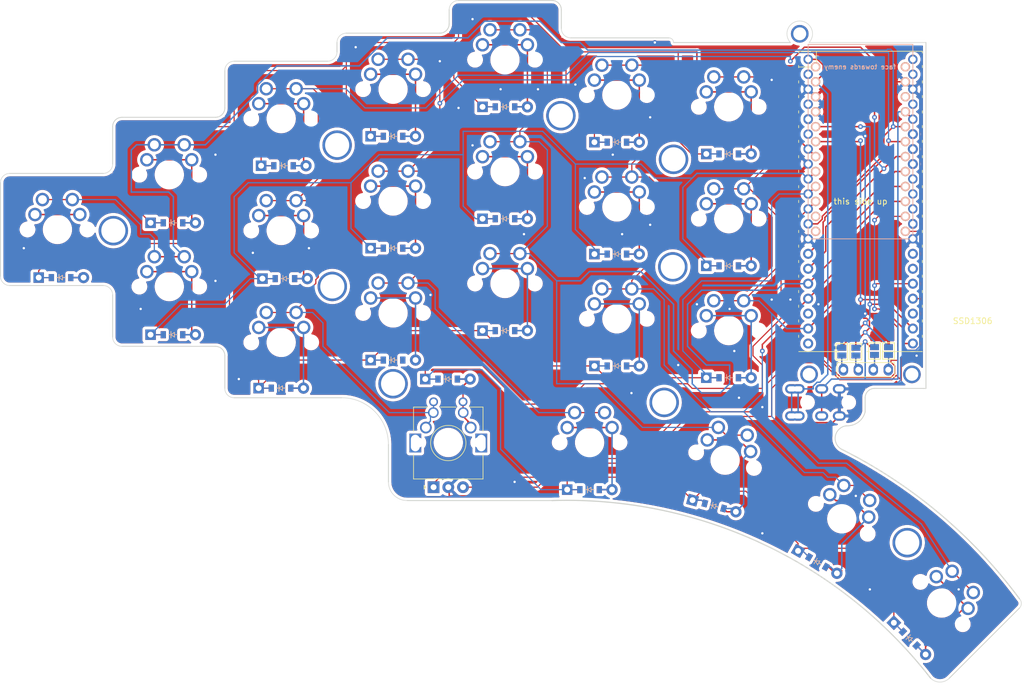
<source format=kicad_pcb>
(kicad_pcb (version 20211014) (generator pcbnew)
  (title_block (title "blaster") (rev "v1.0.0") (company "Unknown"))
  (layers (0 "F.Cu" signal) (31 "B.Cu" signal) (34 "B.Paste" user) (35 "F.Paste" user) (36 "B.SilkS" user "B.Silkscreen") (37 "F.SilkS" user "F.Silkscreen") (38 "B.Mask" user) (39 "F.Mask" user) (44 "Edge.Cuts" user))
  (net 0 "")
  (net 1 "pinkycluster1_home")
  (net 2 "pinkycluster_home")
  (net 3 "pinkycluster_top")
  (net 4 "pinky_bottom")
  (net 5 "pinky_home")
  (net 6 "pinky_top")
  (net 7 "ring_bottom")
  (net 8 "ring_home")
  (net 9 "ring_top")
  (net 10 "middle_bottom")
  (net 11 "middle_home")
  (net 12 "middle_top")
  (net 13 "index_bottom")
  (net 14 "index_home")
  (net 15 "index_top")
  (net 16 "inner_bottom")
  (net 17 "inner_home")
  (net 18 "inner_top")
  (net 19 "near1_thumb")
  (net 20 "near2_thumb")
  (net 21 "home_thumb")
  (net 22 "far_thumb")
  (net 23 "RAW")
  (net 24 "GND")
  (net 25 "RST")
  (net 26 "VCC")
  (net 27 "P1")
  (net 28 "P8")
  (net 29 "P9")
  (net 30 "Data")
  (net 31 "SDA")
  (net 32 "SCL")
  (net 33 "row0")
  (net 34 "row1")
  (net 35 "row2")
  (net 36 "col4")
  (net 37 "col5")
  (net 38 "col3")
  (net 39 "col2")
  (net 40 "col1")
  (net 41 "row3")
  (net 42 "col0")
  (net 43 "enc-")
  (net 44 "enc+")
  (footprint "MX" (layer "F.Cu") (at 216.59375 105.7625)
    (fp_text reference "S38" hide)
    (fp_text value "" hide)
  )
  (footprint "ComboDiode" (layer "F.Cu") (at 160.221591 136.930708)
    (fp_text reference "D5" hide)
    (fp_text value "" hide)
  )
  (footprint "" (layer "F.Cu") (at 207.09375 109.2625)
    (fp_text reference "")
    (fp_text value "")
  )
  (footprint "ComboDiode" (layer "F.Cu") (at 178.59375 131.7625)
    (fp_text reference "D8" hide)
    (fp_text value "" hide)
  )
  (footprint "ComboDiode" (layer "F.Cu") (at 197.59375 145.7625)
    (fp_text reference "D10" hide)
    (fp_text value "" hide)
  )
  (footprint "ComboDiode" (layer "F.Cu") (at 235.59375 134.7625)
    (fp_text reference "D17" hide)
    (fp_text value "" hide)
  )
  (footprint "" (layer "F.Cu") (at 169.09375 114.2625)
    (fp_text reference "")
    (fp_text value "")
  )
  (footprint "Jumper:SolderJumper-2_P1.3mm_Open_Pad1.0x1.5mm" (layer "F.Cu") (at 260.35 149.225 -90)
    (fp_text reference " ")
    (fp_text value " ")
  )
  (footprint "Rotary_Encoder:RotaryEncoder_Alps_EC11E-Switch_Vertical_H20mm" (layer "F.Cu") (at 185.46875 172.35 90)
    (fp_text reference " ")
    (fp_text value " ")
  )
  (footprint "MX" (layer "F.Cu") (at 235.59375 126.7625)
    (fp_text reference "S40" hide)
    (fp_text value "" hide)
  )
  (footprint "ComboDiode" (layer "F.Cu") (at 235.59375 153.7625)
    (fp_text reference "D16" hide)
    (fp_text value "" hide)
  )
  (footprint "MX" (layer "F.Cu") (at 140.59375 119.2875)
    (fp_text reference "S26" hide)
    (fp_text value "" hide)
  )
  (footprint "ComboDiode" (layer "F.Cu") (at 159.99375 117.7625)
    (fp_text reference "D6" hide)
    (fp_text value "" hide)
  )
  (footprint "MX" (layer "F.Cu") (at 178.59375 142.7625)
    (fp_text reference "S30" hide)
    (fp_text value "" hide)
  )
  (footprint "ComboDiode" (layer "F.Cu") (at 159.571591 155.530708)
    (fp_text reference "D4" hide)
    (fp_text value "" hide)
  )
  (footprint "TRRS-PJ-320A-dual" (layer "F.Cu") (at 257.575 160.25625 -90)
    (fp_text reference "TRRS1")
    (fp_text value "TRRS-PJ-320A-dual")
  )
  (footprint "ComboDiode" (layer "F.Cu") (at 178.59375 150.7625)
    (fp_text reference "D7" hide)
    (fp_text value "" hide)
  )
  (footprint "MX" (layer "F.Cu") (at 178.59375 104.7625)
    (fp_text reference "S32" hide)
    (fp_text value "" hide)
  )
  (footprint "ComboDiode" (layer "F.Cu") (at 216.59375 132.7625)
    (fp_text reference "D14" hide)
    (fp_text value "" hide)
  )
  (footprint "MX" (layer "F.Cu") (at 140.59375 138.2875)
    (fp_text reference "S25" hide)
    (fp_text value "" hide)
  )
  (footprint "MX" (layer "F.Cu") (at 197.59375 137.7625)
    (fp_text reference "S33" hide)
    (fp_text value "" hide)
  )
  (footprint "ComboDiode" (layer "F.Cu") (at 178.59375 112.7625)
    (fp_text reference "D9" hide)
    (fp_text value "" hide)
  )
  (footprint "MX" (layer "F.Cu") (at 271.739278 192.027318 -45)
    (fp_text reference "S46" hide)
    (fp_text value "" hide)
  )
  (footprint "" (layer "F.Cu") (at 265.90625 181.76875)
    (fp_text reference "")
    (fp_text value "")
  )
  (footprint "Jumper:SolderJumper-2_P1.3mm_Open_Pad1.0x1.5mm" (layer "F.Cu") (at 254.79375 149.325 -90)
    (fp_text reference " ")
    (fp_text value " ")
  )
  (footprint "ComboDiode" (layer "F.Cu") (at 211.96875 172.7625)
    (fp_text reference "D20" hide)
    (fp_text value "" hide)
  )
  (footprint "MX" (layer "F.Cu") (at 235.59375 145.7625)
    (fp_text reference "S39" hide)
    (fp_text value "" hide)
  )
  (footprint "" (layer "F.Cu") (at 247.65 95.356757)
    (fp_text reference "")
    (fp_text value "")
  )
  (footprint "MX" (layer "F.Cu") (at 197.59375 99.7625)
    (fp_text reference "S35" hide)
    (fp_text value "" hide)
  )
  (footprint "Jumper:SolderJumper-2_P1.3mm_Open_Pad1.0x1.5mm" (layer "F.Cu") (at 257.175 149.325 -90)
    (fp_text reference " ")
    (fp_text value " ")
  )
  (footprint "MX" (layer "F.Cu") (at 159.59375 128.7625)
    (fp_text reference "S28" hide)
    (fp_text value "" hide)
  )
  (footprint "" (layer "F.Cu") (at 249.2375 153.19375)
    (fp_text reference "")
    (fp_text value "")
  )
  (footprint "Jumper:SolderJumper-2_P1.3mm_Open_Pad1.0x1.5mm" (layer "F.Cu") (at 260.35 149.225 -90)
    (fp_text reference " ")
    (fp_text value " ")
  )
  (footprint "" (layer "F.Cu") (at 131.09375 128.7875)
    (fp_text reference "")
    (fp_text value "")
  )
  (footprint "MX" (layer "F.Cu") (at 187.96875 164.7625)
    (fp_text reference "S42" hide)
    (fp_text value "" hide)
  )
  (footprint "" (layer "F.Cu") (at 266.7 153.19375)
    (fp_text reference "")
    (fp_text value "")
  )
  (footprint "MX" (layer "F.Cu") (at 211.96875 164.7625)
    (fp_text reference "S43" hide)
    (fp_text value "" hide)
  )
  (footprint "" (layer "F.Cu") (at 226.21875 116.68125)
    (fp_text reference "")
    (fp_text value "")
  )
  (footprint "SSD1306:128x64OLED" (layer "F.Cu") (at 259.0625 141.8 180)
    (fp_text reference "SSD1306")
    (fp_text value "128x64OLED")
  )
  (footprint "" (layer "F.Cu") (at 178.59375 154.78125)
    (fp_text reference "")
    (fp_text value "")
  )
  (footprint "MX" (layer "F.Cu") (at 216.59375 124.7625)
    (fp_text reference "S37" hide)
    (fp_text value "" hide)
  )
  (footprint "ComboDiode" (layer "F.Cu") (at 197.59375 126.7625)
    (fp_text reference "D11" hide)
    (fp_text value "" hide)
  )
  (footprint "ComboDiode" (layer "F.Cu") (at 235.59375 115.7625)
    (fp_text reference "D18" hide)
    (fp_text value "" hide)
  )
  (footprint "ComboDiode" (layer "F.Cu") (at 266.327024 198.064524 -45)
    (fp_text reference "D23" hide)
    (fp_text value "" hide)
  )
  (footprint "MX" (layer "F.Cu") (at 159.59375 147.7625)
    (fp_text reference "S27" hide)
    (fp_text value "" hide)
  )
  (footprint "ComboDiode" (layer "F.Cu") (at 122.221591 136.755708)
    (fp_text reference "D1" hide)
    (fp_text value "" hide)
  )
  (footprint "" (layer "F.Cu") (at 224.63125 157.95625)
    (fp_text reference "")
    (fp_text value "")
  )
  (footprint "MX" (layer "F.Cu") (at 235.59375 107.7625)
    (fp_text reference "S41" hide)
    (fp_text value "" hide)
  )
  (footprint "ComboDiode" (layer "F.Cu") (at 197.59375 107.7625)
    (fp_text reference "D12" hide)
    (fp_text value "" hide)
  )
  (footprint "ComboDiode" (layer "F.Cu") (at 216.59375 113.7625)
    (fp_text reference "D15" hide)
    (fp_text value "" hide)
  )
  (footprint "MX" (layer "F.Cu") (at 178.59375 123.7625)
    (fp_text reference "S31" hide)
    (fp_text value "" hide)
  )
  (footprint "ComboDiode" (layer "F.Cu") (at 216.59375 151.7625)
    (fp_text reference "D13" hide)
    (fp_text value "" hide)
  )
  (footprint "Jumper:SolderJumper-2_P1.3mm_Open_Pad1.0x1.5mm" (layer "F.Cu") (at 257.175 149.325 -90)
    (fp_text reference " ")
    (fp_text value " ")
  )
  (footprint "MCU_RaspberryPi_and_Boards:RPi_Pico_SMD_TH" (layer "F.Cu") (at 257.96875 123.825)
    (fp_text reference "this side up")
    (fp_text value "")
  )
  (footprint "" (layer "F.Cu") (at 168.275 138.2625)
    (fp_text reference "")
    (fp_text value "")
  )
  (footprint "MX" (layer "F.Cu") (at 216.59375 143.7625)
    (fp_text reference "S36" hide)
    (fp_text value "" hide)
  )
  (footprint "ComboDiode" (layer "F.Cu") (at 250.661168 185.06907 -30)
    (fp_text reference "D22" hide)
    (fp_text value "" hide)
  )
  (footprint "ComboDiode" (layer "F.Cu") (at 187.86875 153.9875)
    (fp_text reference "D19" hide)
    (fp_text value "" hide)
  )
  (footprint "ComboDiode" (layer "F.Cu") (at 141.221591 127.455708)
    (fp_text reference "D3" hide)
    (fp_text value "" hide)
  )
  (footprint "MX" (layer "F.Cu") (at 254.789944 177.722872 -30)
    (fp_text reference "S45" hide)
    (fp_text value "" hide)
  )
  (footprint "Jumper:SolderJumper-2_P1.3mm_Open_Pad1.0x1.5mm" (layer "F.Cu") (at 254.79375 149.325 -90)
    (fp_text reference " ")
    (fp_text value " ")
  )
  (footprint "MX" (layer "F.Cu") (at 197.59375 118.7625)
    (fp_text reference "S34" hide)
    (fp_text value "" hide)
  )
  (footprint "Jumper:SolderJumper-2_P1.3mm_Open_Pad1.0x1.5mm" (layer "F.Cu") (at 262.73125 149.225 -90)
    (fp_text reference " ")
    (fp_text value " ")
  )
  (footprint "MX" (layer "F.Cu") (at 234.96875 167.7625 -15)
    (fp_text reference "S44" hide)
    (fp_text value "" hide)
  )
  (footprint "MX" (layer "F.Cu") (at 159.59375 109.7625)
    (fp_text reference "S29" hide)
    (fp_text value "" hide)
  )
  (footprint "Jumper:SolderJumper-2_P1.3mm_Open_Pad1.0x1.5mm" (layer "F.Cu") (at 262.73125 149.225 -90)
    (fp_text reference " ")
    (fp_text value " ")
  )
  (footprint "ComboDiode" (layer "F.Cu") (at 233.124455 175.53916 -15)
    (fp_text reference "D21" hide)
    (fp_text value "" hide)
  )
  (footprint "ComboDiode" (layer "F.Cu") (at 141.221591 146.455708)
    (fp_text reference "D2" hide)
    (fp_text value "" hide)
  )
  (footprint "" (layer "F.Cu") (at 226.09375 134.9375)
    (fp_text reference "")
    (fp_text value "")
  )
  (footprint "MX" (layer "B.Cu") (at 121.59375 128.5875 180)
    (fp_text reference "S24" hide)
    (fp_text value "" hide)
  )
  (footprint "ProMicro" (layer "B.Cu") (at 257.96875 114.935 -90)
    (fp_text reference "MCU1" hide)
    (fp_text value "this side down" hide)
  )
  (gr_arc (start 258.7625 157.1625) (mid 259.227468 156.039968) (end 260.35 155.575) (layer "Edge.Cuts") (width 0.15))
  (gr_line (start 111.91875 136.525) (end 111.91875 120.65) (layer "Edge.Cuts") (width 0.15))
  (gr_arc (start 129.38125 138.1125) (mid 130.503782 138.577468) (end 130.96875 139.7) (layer "Edge.Cuts") (width 0.1))
  (gr_line (start 169.06875 98.425) (end 169.06875 96.8375) (layer "Edge.Cuts") (width 0.15))
  (gr_line (start 113.50625 119.0625) (end 129.38125 119.0625) (layer "Edge.Cuts") (width 0.15))
  (gr_arc (start 188.11875 91.28125) (mid 188.583718 90.158718) (end 189.70625 89.69375) (layer "Edge.Cuts") (width 0.1))
  (gr_arc (start 113.50625 138.1125) (mid 112.383718 137.647532) (end 111.91875 136.525) (layer "Edge.Cuts") (width 0.1))
  (gr_line (start 151.60625 100.0125) (end 167.48125 100.0125) (layer "Edge.Cuts") (width 0.15))
  (gr_arc (start 130.96875 111.125) (mid 131.433718 110.002468) (end 132.55625 109.5375) (layer "Edge.Cuts") (width 0.15))
  (gr_arc (start 284.95625 191.29375) (mid 285.285032 192.0875) (end 284.95625 192.88125) (layer "Edge.Cuts") (width 0.1))
  (gr_arc (start 188.11875 93.6625) (mid 187.653782 94.785032) (end 186.53125 95.25) (layer "Edge.Cuts") (width 0.15))
  (gr_arc (start 132.55625 148.43125) (mid 131.433718 147.966282) (end 130.96875 146.84375) (layer "Edge.Cuts") (width 0.1))
  (gr_arc (start 246.0625 96.8375) (mid 247.65 93.185869) (end 249.2375 96.8375) (layer "Edge.Cuts") (width 0.1))
  (gr_arc (start 225.425 96.04375) (mid 225.986266 96.276234) (end 226.21875 96.8375) (layer "Edge.Cuts") (width 0.1))
  (gr_line (start 208.75625 96.04375) (end 225.425 96.04375) (layer "Edge.Cuts") (width 0.15))
  (gr_arc (start 130.96875 117.475) (mid 130.503782 118.597532) (end 129.38125 119.0625) (layer "Edge.Cuts") (width 0.1))
  (gr_arc (start 258.7625 159.54375) (mid 257.602166 161.30394) (end 255.5875 161.925) (layer "Edge.Cuts") (width 0.15))
  (gr_line (start 226.21875 96.8375) (end 246.0625 96.8375) (layer "Edge.Cuts") (width 0.15))
  (gr_arc (start 169.8625 157.1625) (mid 175.47516 159.48734) (end 177.8 165.1) (layer "Edge.Cuts") (width 0.1))
  (gr_line (start 132.55625 148.43125) (end 148.43125 148.43125) (layer "Edge.Cuts") (width 0.15))
  (gr_arc (start 205.58125 174.625) (mid 241.351569 181.982592) (end 269.875 204.7875) (layer "Edge.Cuts") (width 0.2))
  (gr_arc (start 111.91875 120.65) (mid 112.383718 119.527468) (end 113.50625 119.0625) (layer "Edge.Cuts") (width 0.1))
  (gr_line (start 180.975 174.625) (end 205.58125 174.625) (layer "Edge.Cuts") (width 0.15))
  (gr_arc (start 208.75625 96.04375) (mid 207.633718 95.578782) (end 207.16875 94.45625) (layer "Edge.Cuts") (width 0.1))
  (gr_line (start 130.96875 146.84375) (end 130.96875 139.7) (layer "Edge.Cuts") (width 0.15))
  (gr_arc (start 151.60625 157.1625) (mid 150.483718 156.697532) (end 150.01875 155.575) (layer "Edge.Cuts") (width 0.1))
  (gr_line (start 150.01875 155.575) (end 150.01875 150.01875) (layer "Edge.Cuts") (width 0.15))
  (gr_line (start 189.70625 89.69375) (end 205.58125 89.69375) (layer "Edge.Cuts") (width 0.15))
  (gr_arc (start 254.726888 165.89375) (mid 271.346083 176.803179) (end 284.95625 191.29375) (layer "Edge.Cuts") (width 0.2))
  (gr_line (start 207.16875 94.45625) (end 207.16875 91.28125) (layer "Edge.Cuts") (width 0.15))
  (gr_arc (start 273.05 204.7875) (mid 271.4625 205.445064) (end 269.875 204.7875) (layer "Edge.Cuts") (width 0.1))
  (gr_line (start 170.65625 95.25) (end 186.53125 95.25) (layer "Edge.Cuts") (width 0.15))
  (gr_line (start 258.7625 159.54375) (end 258.7625 157.1625) (layer "Edge.Cuts") (width 0.15))
  (gr_line (start 260.35 155.575) (end 269.08125 155.575) (layer "Edge.Cuts") (width 0.15))
  (gr_arc (start 169.06875 98.425) (mid 168.603782 99.547532) (end 167.48125 100.0125) (layer "Edge.Cuts") (width 0.1))
  (gr_arc (start 148.43125 148.43125) (mid 149.553782 148.896218) (end 150.01875 150.01875) (layer "Edge.Cuts") (width 0.15))
  (gr_line (start 130.96875 117.475) (end 130.96875 111.125) (layer "Edge.Cuts") (width 0.15))
  (gr_line (start 150.01875 107.95) (end 150.01875 101.6) (layer "Edge.Cuts") (width 0.15))
  (gr_arc (start 150.01875 107.95) (mid 149.553782 109.072532) (end 148.43125 109.5375) (layer "Edge.Cuts") (width 0.15))
  (gr_arc (start 169.06875 96.8375) (mid 169.533718 95.714968) (end 170.65625 95.25) (layer "Edge.Cuts") (width 0.1))
  (gr_line (start 269.08125 96.8375) (end 249.2375 96.8375) (layer "Edge.Cuts") (width 0.1))
  (gr_line (start 113.50625 138.1125) (end 129.38125 138.1125) (layer "Edge.Cuts") (width 0.15))
  (gr_line (start 177.8 171.45) (end 177.8 165.1) (layer "Edge.Cuts") (width 0.15))
  (gr_arc (start 205.58125 89.69375) (mid 206.703782 90.158718) (end 207.16875 91.28125) (layer "Edge.Cuts") (width 0.15))
  (gr_line (start 269.08125 155.575) (end 269.08125 96.8375) (layer "Edge.Cuts") (width 0.15))
  (gr_line (start 151.60625 157.1625) (end 169.8625 157.1625) (layer "Edge.Cuts") (width 0.15))
  (gr_line (start 273.05 204.7875) (end 284.95625 192.88125) (layer "Edge.Cuts") (width 0.15))
  (gr_line (start 188.11875 93.6625) (end 188.11875 91.28125) (layer "Edge.Cuts") (width 0.15))
  (gr_arc (start 254.726888 165.89375) (mid 253.715623 163.596775) (end 255.5875 161.925) (layer "Edge.Cuts") (width 0.15))
  (gr_arc (start 150.01875 101.6) (mid 150.483718 100.477468) (end 151.60625 100.0125) (layer "Edge.Cuts") (width 0.1))
  (gr_line (start 132.55625 109.5375) (end 148.43125 109.5375) (layer "Edge.Cuts") (width 0.15))
  (gr_arc (start 180.975 174.625) (mid 178.729936 173.695064) (end 177.8 171.45) (layer "Edge.Cuts") (width 0.1))
  (segment (start 260.35 152.1925) (end 260.1425 152.4) (width 0.2) (layer "F.Cu") (net 0))
  (segment (start 262.73125 152.35125) (end 262.6825 152.4) (width 0.2) (layer "F.Cu") (net 0))
  (segment (start 260.4905 152.052) (end 260.1425 152.4) (width 0.2) (layer "F.Cu") (net 0))
  (segment (start 257.175 149.975) (end 257.175 151.9725) (width 0.2) (layer "F.Cu") (net 0))
  (segment (start 254.79375 152.13125) (end 255.0625 152.4) (width 0.2) (layer "F.Cu") (net 0))
  (segment (start 260.35 149.875) (end 260.35 152.1925) (width 0.2) (layer "F.Cu") (net 0))
  (segment (start 254.79375 149.975) (end 254.79375 152.13125) (width 0.2) (layer "F.Cu") (net 0))
  (segment (start 257.175 151.9725) (end 257.6025 152.4) (width 0.2) (layer "F.Cu") (net 0))
  (segment (start 262.73125 149.875) (end 262.73125 152.35125) (width 0.2) (layer "F.Cu") (net 0))
  (segment (start 260.35 149.875) (end 260.35 152.1925) (width 0.2) (layer "B.Cu") (net 0))
  (segment (start 254.79375 149.975) (end 254.79375 152.13125) (width 0.2) (layer "B.Cu") (net 0))
  (segment (start 260.35 152.1925) (end 260.1425 152.4) (width 0.2) (layer "B.Cu") (net 0))
  (segment (start 254.79375 152.13125) (end 255.0625 152.4) (width 0.2) (layer "B.Cu") (net 0))
  (segment (start 259.55625 151.81375) (end 260.1425 152.4) (width 0.25) (layer "B.Cu") (net 0))
  (segment (start 262.73125 149.875) (end 262.73125 152.35125) (width 0.2) (layer "B.Cu") (net 0))
  (segment (start 262.73125 152.35125) (end 262.6825 152.4) (width 0.2) (layer "B.Cu") (net 0))
  (segment (start 257.175 151.9725) (end 257.6025 152.4) (width 0.2) (layer "B.Cu") (net 0))
  (segment (start 260.1425 152.4) (end 260.4905 152.052) (width 0.2) (layer "B.Cu") (net 0))
  (segment (start 257.175 149.975) (end 257.175 151.9725) (width 0.2) (layer "B.Cu") (net 0))
  (segment (start 123.871591 136.755708) (end 126.031591 136.755708) (width 0.25) (layer "F.Cu") (net 1))
  (segment (start 117.78375 126.0475) (end 125.40375 126.0475) (width 0.25) (layer "F.Cu") (net 1))
  (segment (start 125.40375 136.127867) (end 126.031591 136.755708) (width 0.25) (layer "F.Cu") (net 1))
  (segment (start 123.871591 136.755708) (end 126.031591 136.755708) (width 0.25) (layer "B.Cu") (net 1))
  (segment (start 144.40375 135.7475) (end 136.78375 135.7475) (width 0.25) (layer "F.Cu") (net 2))
  (segment (start 145.031591 146.455708) (end 142.871591 146.455708) (width 0.25) (layer "F.Cu") (net 2))
  (segment (start 144.40375 145.827867) (end 144.40375 135.7475) (width 0.25) (layer "F.Cu") (net 2))
  (segment (start 145.031591 146.455708) (end 144.40375 145.827867) (width 0.25) (layer "F.Cu") (net 2))
  (segment (start 145.031591 146.455708) (end 142.871591 146.455708) (width 0.25) (layer "B.Cu") (net 2))
  (segment (start 144.40375 126.827867) (end 144.40375 116.7475) (width 0.25) (layer "F.Cu") (net 3))
  (segment (start 142.871591 127.455708) (end 145.031591 127.455708) (width 0.25) (layer "F.Cu") (net 3))
  (segment (start 145.031591 127.455708) (end 144.40375 126.827867) (width 0.25) (layer "F.Cu") (net 3))
  (segment (start 136.78375 116.7475) (end 144.40375 116.7475) (width 0.25) (layer "F.Cu") (net 3))
  (segment (start 142.871591 127.455708) (end 145.031591 127.455708) (width 0.25) (layer "B.Cu") (net 3))
  (segment (start 161.221591 155.530708) (end 163.381591 155.530708) (width 0.25) (layer "F.Cu") (net 4))
  (segment (start 163.381591 145.244659) (end 163.40375 145.2225) (width 0.25) (layer "B.Cu") (net 4))
  (segment (start 161.221591 155.530708) (end 163.381591 155.530708) (width 0.25) (layer "B.Cu") (net 4))
  (segment (start 163.381591 155.530708) (end 163.381591 145.244659) (width 0.25) (layer "B.Cu") (net 4))
  (segment (start 163.40375 145.2225) (end 155.78375 145.2225) (width 0.25) (layer "B.Cu") (net 4))
  (segment (start 164.031591 136.930708) (end 161.871591 136.930708) (width 0.25) (layer "F.Cu") (net 5))
  (segment (start 155.78375 126.2225) (end 163.40375 126.2225) (width 0.25) (layer "F.Cu") (net 5))
  (segment (start 164.031591 136.930708) (end 163.40375 136.302867) (width 0.25) (layer "F.Cu") (net 5))
  (segment (start 163.40375 136.302867) (end 163.40375 126.2225) (width 0.25) (layer "F.Cu") (net 5))
  (segment (start 164.031591 136.930708) (end 161.871591 136.930708) (width 0.25) (layer "B.Cu") (net 5))
  (segment (start 163.80375 117.7625) (end 161.64375 117.7625) (width 0.25) (layer "F.Cu") (net 6))
  (segment (start 163.80375 117.7625) (end 163.40375 117.3625) (width 0.25) (layer "F.Cu") (net 6))
  (segment (start 163.40375 107.2225) (end 155.78375 107.2225) (width 0.25) (layer "F.Cu") (net 6))
  (segment (start 163.40375 117.3625) (end 163.40375 107.2225) (width 0.25) (layer "F.Cu") (net 6))
  (segment (start 161.64375 117.7625) (end 163.80375 117.7625) (width 0.25) (layer "B.Cu") (net 6))
  (segment (start 182.40375 140.2225) (end 174.78375 140.2225) (width 0.25) (layer "B.Cu") (net 7))
  (segment (start 182.40375 150.7625) (end 182.40375 140.2225) (width 0.25) (layer "B.Cu") (net 7))
  (segment (start 180.24375 131.7625) (end 182.40375 131.7625) (width 0.25) (layer "F.Cu") (net 8))
  (segment (start 182.40375 121.2225) (end 174.78375 121.2225) (width 0.25) (layer "F.Cu") (net 8))
  (segment (start 182.40375 131.7625) (end 182.40375 121.2225) (width 0.25) (layer "F.Cu") (net 8))
  (segment (start 182.40375 131.7625) (end 180.24375 131.7625) (width 0.25) (layer "B.Cu") (net 8))
  (segment (start 182.40375 102.2225) (end 174.78375 102.2225) (width 0.25) (layer "F.Cu") (net 9))
  (segment (start 182.40375 112.7625) (end 182.40375 102.2225) (width 0.25) (layer "F.Cu") (net 9))
  (segment (start 182.40375 112.7625) (end 180.24375 112.7625) (width 0.25) (layer "F.Cu") (net 9))
  (segment (start 180.24375 112.7625) (end 182.40375 112.7625) (width 0.25) (layer "B.Cu") (net 9))
  (segment (start 193.78375 135.2225) (end 201.40375 135.2225) (width 0.25) (layer "B.Cu") (net 10))
  (segment (start 199.24375 145.7625) (end 201.40375 145.7625) (width 0.25) (layer "B.Cu") (net 10))
  (segment (start 201.40375 145.7625) (end 201.40375 135.2225) (width 0.25) (layer "B.Cu") (net 10))
  (segment (start 201.40375 126.7625) (end 201.40375 116.2225) (width 0.25) (layer "F.Cu") (net 11))
  (segment (start 199.24375 126.7625) (end 201.40375 126.7625) (width 0.25) (layer "F.Cu") (net 11))
  (segment (start 201.40375 116.2225) (end 193.78375 116.2225) (width 0.25) (layer "F.Cu") (net 11))
  (segment (start 201.40375 126.7625) (end 199.24375 126.7625) (width 0.25) (layer "B.Cu") (net 11))
  (segment (start 201.40375 107.7625) (end 199.24375 107.7625) (width 0.25) (layer "F.Cu") (net 12))
  (segment (start 193.78375 97.2225) (end 201.40375 97.2225) (width 0.25) (layer "F.Cu") (net 12))
  (segment (start 201.40375 107.7625) (end 201.40375 97.2225) (width 0.25) (layer "F.Cu") (net 12))
  (segment (start 199.24375 107.7625) (end 201.40375 107.7625) (width 0.25) (layer "B.Cu") (net 12))
  (segment (start 218.24375 151.7625) (end 220.40375 151.7625) (width 0.25) (layer "F.Cu") (net 13))
  (segment (start 220.40375 151.7625) (end 220.40375 141.2225) (width 0.25) (layer "B.Cu") (net 13))
  (segment (start 218.24375 151.7625) (end 220.40375 151.7625) (width 0.25) (layer "B.Cu") (net 13))
  (segment (start 220.40375 141.2225) (end 212.78375 141.2225) (width 0.25) (layer "B.Cu") (net 13))
  (segment (start 220.40375 132.7625) (end 220.40375 122.2225) (width 0.25) (layer "F.Cu") (net 14))
  (segment (start 218.24375 132.7625) (end 220.40375 132.7625) (width 0.25) (layer "F.Cu") (net 14))
  (segment (start 220.40375 122.2225) (end 212.78375 122.2225) (width 0.25) (layer "F.Cu") (net 14))
  (segment (start 220.40375 132.7625) (end 218.24375 132.7625) (width 0.25) (layer "B.Cu") (net 14))
  (segment (start 212.78375 103.2225) (end 220.40375 103.2225) (width 0.25) (layer "F.Cu") (net 15))
  (segment (start 220.40375 113.7625) (end 220.40375 103.2225) (width 0.25) (layer "F.Cu") (net 15))
  (segment (start 218.24375 113.7625) (end 220.40375 113.7625) (width 0.25) (layer "F.Cu") (net 15))
  (segment (start 218.24375 113.7625) (end 220.40375 113.7625) (width 0.25) (layer "B.Cu") (net 15))
  (segment (start 237.24375 153.7625) (end 239.40375 153.7625) (width 0.25) (layer "F.Cu") (net 16))
  (segment (start 237.24375 153.7625) (end 239.40375 153.7625) (width 0.25) (layer "B.Cu") (net 16))
  (segment (start 239.40375 143.2225) (end 231.78375 143.2225) (width 0.25) (layer "B.Cu") (net 16))
  (segment (start 239.40375 153.7625) (end 239.40375 143.2225) (width 0.25) (layer "B.Cu") (net 16))
  (segment (start 237.24375 134.7625) (end 239.40375 134.7625) (width 0.25) (layer "F.Cu") (net 17))
  (segment (start 239.40375 134.7625) (end 239.40375 124.2225) (width 0.25) (layer "F.Cu") (net 17))
  (segment (start 239.40375 124.2225) (end 231.78375 124.2225) (width 0.25) (layer "F.Cu") (net 17))
  (segment (start 239.40375 134.7625) (end 237.24375 134.7625) (width 0.25) (layer "B.Cu") (net 17))
  (segment (start 239.40375 115.7625) (end 239.40375 105.2225) (width 0.25) (layer "F.Cu") (net 18))
  (segment (start 239.40375 105.2225) (end 231.78375 105.2225) (width 0.25) (layer "F.Cu") (net 18))
  (segment (start 239.40375 115.7625) (end 237.24375 115.7625) (width 0.25) (layer "F.Cu") (net 18))
  (segment (start 237.24375 115.7625) (end 239.40375 115.7625) (width 0.25) (layer "B.Cu") (net 18))
  (segment (start 215.77875 162.2225) (end 208.15875 162.2225) (width 0.25) (layer "F.Cu") (net 19))
  (segment (start 213.61875 172.7625) (end 215.77875 172.7625) (width 0.25) (layer "F.Cu") (net 19))
  (segment (start 213.61875 172.7625) (end 215.77875 172.7625) (width 0.25) (layer "B.Cu") (net 19))
  (segment (start 215.77875 162.2225) (end 215.77875 172.7625) (width 0.25) (layer "B.Cu") (net 19))
  (segment (start 234.172948 164.322948) (end 231.945973 164.322948) (width 0.25) (layer "F.Cu") (net 20))
  (segment (start 234.95 165.1) (end 234.172948 164.322948) (width 0.25) (layer "F.Cu") (net 20))
  (segment (start 238.111179 165.1) (end 234.95 165.1) (width 0.25) (layer "F.Cu") (net 20))
  (segment (start 236.804632 176.525261) (end 235.277283 176.525261) (width 0.25) (layer "F.Cu") (net 20))
  (segment (start 239.306328 166.295149) (end 238.111179 165.1) (width 0.25) (layer "F.Cu") (net 20))
  (segment (start 235.277283 176.525261) (end 234.718233 175.966211) (width 0.25) (layer "F.Cu") (net 20))
  (segment (start 238.125 167.476477) (end 238.125 175.204893) (width 0.25) (layer "B.Cu") (net 20))
  (segment (start 239.306328 166.295149) (end 238.125 167.476477) (width 0.25) (layer "B.Cu") (net 20))
  (segment (start 238.125 175.204893) (end 236.804632 176.525261) (width 0.25) (layer "B.Cu") (net 20))
  (segment (start 236.245582 175.966211) (end 236.804632 176.525261) (width 0.25) (layer "B.Cu") (net 20))
  (segment (start 234.718233 175.966211) (end 236.245582 175.966211) (width 0.25) (layer "B.Cu") (net 20))
  (segment (start 254.79375 186.53125) (end 253.20625 186.53125) (width 0.25) (layer "F.Cu") (net 21))
  (segment (start 256.556334 174.625) (end 253.76722 174.625) (width 0.25) (layer "F.Cu") (net 21))
  (segment (start 253.20625 186.53125) (end 252.56907 185.89407) (width 0.25) (layer "F.Cu") (net 21))
  (segment (start 259.359501 177.428167) (end 256.556334 174.625) (width 0.25) (layer "F.Cu") (net 21))
  (segment (start 253.76722 174.625) (end 252.760387 173.618167) (width 0.25) (layer "F.Cu") (net 21))
  (segment (start 252.56907 185.89407) (end 252.09011 185.89407) (width 0.25) (layer "F.Cu") (net 21))
  (segment (start 252.880725 185.89407) (end 253.960725 186.97407) (width 0.25) (layer "B.Cu") (net 21))
  (segment (start 252.09011 185.89407) (end 252.880725 185.89407) (width 0.25) (layer "B.Cu") (net 21))
  (segment (start 254.79375 181.993918) (end 259.359501 177.428167) (width 0.25) (layer "B.Cu") (net 21))
  (segment (start 254.79375 186.141045) (end 254.79375 181.993918) (width 0.25) (layer "B.Cu") (net 21))
  (segment (start 253.960725 186.97407) (end 254.79375 186.141045) (width 0.25) (layer "B.Cu") (net 21))
  (segment (start 269.021101 200.758601) (end 269.021101 199.411563) (width 0.25) (layer "F.Cu") (net 22))
  (segment (start 269.021101 199.411563) (end 275.50732 192.925344) (width 0.25) (layer "F.Cu") (net 22))
  (segment (start 276.229406 192.925344) (end 270.841252 187.53719) (width 0.25) (layer "F.Cu") (net 22))
  (segment (start 275.50732 192.925344) (end 276.229406 192.925344) (width 0.25) (layer "F.Cu") (net 22))
  (segment (start 267.49375 199.23125) (end 269.021101 200.758601) (width 0.25) (layer "F.Cu") (net 22))
  (segment (start 267.49375 199.23125) (end 269.021101 200.758601) (width 0.25) (layer "B.Cu") (net 22))
  (segment (start 261.14375 142.875) (end 258.7625 142.875) (width 0.25) (layer "F.Cu") (net 24))
  (segment (start 259.55625 112.7125) (end 261.14375 111.125) (width 0.25) (layer "F.Cu") (net 24))
  (segment (start 243.68125 166.510723) (end 248.810723 161.38125) (width 0.25) (layer "F.Cu") (net 24))
  (segment (start 253.25 161.38125) (end 254.375 160.25625) (width 0.25) (layer "F.Cu") (net 24))
  (segment (start 243.68125 168.275) (end 243.68125 166.510723) (width 0.25) (layer "F.Cu") (net 24))
  (segment (start 258.7625 112.7125) (end 259.55625 112.7125) (width 0.25) (layer "F.Cu") (net 24))
  (segment (start 262.73125 148.575) (end 262.73125 144.4625) (width 0.25) (layer "F.Cu") (net 24))
  (segment (start 248.810723 161.38125) (end 253.25 161.38125) (width 0.25) (layer "F.Cu") (net 24))
  (segment (start 254.375 155.65625) (end 254.375 160.25625) (width 0.25) (layer "F.Cu") (net 24))
  (segment (start 262.73125 144.4625) (end 261.14375 142.875) (width 0.25) (layer "F.Cu") (net 24))
  (segment (start 241.3 170.65625) (end 243.68125 168.275) (width 0.25) (layer "F.Cu") (net 24))
  (segment (start 261.14375 103.98125) (end 261.62 103.505) (width 0.25) (layer "F.Cu") (net 24))
  (segment (start 233.3625 170.65625) (end 241.3 170.65625) (width 0.25) (layer "F.Cu") (net 24))
  (segment (start 261.62 103.505) (end 265.58875 103.505) (width 0.25) (layer "F.Cu") (net 24))
  (segment (start 188.11875 172.5) (end 188.11875 173.83125) (width 0.25) (layer "F.Cu") (net 24))
  (segment (start 254.375 155.65625) (end 254.25375 155.535) (width 0.25) (layer "F.Cu") (net 24))
  (segment (start 265.58875 103.505) (end 266.85875 104.775) (width 0.25) (layer "F.Cu") (net 24))
  (segment (start 231.775 169.06875) (end 233.3625 170.65625) (width 0.25) (layer "F.Cu") (net 24))
  (segment (start 250.34875 106.045) (end 249.07875 104.775) (width 0.25) (layer "F.Cu") (net 24))
  (segment (start 187.96875 172.35) (end 188.11875 172.5) (width 0.25) (layer "F.Cu") (net 24))
  (segment (start 207.9625 169.06875) (end 231.775 169.06875) (width 0.25) (layer "F.Cu") (net 24))
  (segment (start 188.11875 173.83125) (end 203.2 173.83125) (width 0.25) (layer "F.Cu") (net 24))
  (segment (start 261.14375 111.125) (end 261.14375 103.98125) (width 0.25) (layer "F.Cu") (net 24))
  (segment (start 203.2 173.83125) (end 207.9625 169.06875) (width 0.25) (layer "F.Cu") (net 24))
  (via (at 250.825 141.2875) (size 0.8) (drill 0.4) (layers "F.Cu" "B.Cu") (net 24))
  (via (at 189.70625 107.95) (size 0.8) (drill 0.4) (layers "F.Cu" "B.Cu") (net 24))
  (via (at 223.04375 96.8375) (size 0.8) (drill 0.4) (layers "F.Cu" "B.Cu") (net 24))
  (via (at 242.8875 103.1875) (size 0.8) (drill 0.4) (layers "F.Cu" "B.Cu") (net 24))
  (via (at 241.3 180.18125) (size 0.8) (drill 0.4) (layers "F.Cu" "B.Cu") (net 24))
  (via (at 236.5375 149.225) (size 0.8) (drill 0.4) (layers "F.Cu" "B.Cu") (net 24))
  (via (at 211.1375 119.85625) (size 0.8) (drill 0.4) (layers "F.Cu" "B.Cu") (net 24))
  (via (at 200.81875 129.38125) (size 0.8) (drill 0.4) (layers "F.Cu" "B.Cu") (net 24))
  (via (at 235.74375 142.08125) (size 0.8) (drill 0.4) (layers "F.Cu" "B.Cu") (net 24))
  (via (at 222.25 109.5375) (size 0.8) (drill 0.4) (layers "F.Cu" "B.Cu") (net 24))
  (via (at 186.53125 100.0125) (size 0.8) (drill 0.4) (layers "F.Cu" "B.Cu") (net 24))
  (via (at 219.075 156.36875) (size 0.8) (drill 0.4) (layers "F.Cu" "B.Cu") (net 24))
  (via (at 258.7625 112.7125) (size 0.8) (drill 0.4) (layers "F.Cu" "B.Cu") (net 24))
  (via (at 217.4875 129.38125) (size 0.8) (drill 0.4) (layers "F.Cu" "B.Cu") (net 24))
  (via (at 115.8875 131.7625) (size 0.8) (drill 0.4) (layers "F.Cu" "B.Cu") (net 24))
  (via (at 164.30625 131.7625) (size 0.8) (drill 0.4) (layers "F.Cu" "B.Cu") (net 24))
  (via (at 222.25 127.79375) (size 0.8) (drill 0.4) (layers "F.Cu" "B.Cu") (net 24))
  (via (at 148.43125 115.8875) (size 0.8) (drill 0.4) (layers "F.Cu" "B.Cu") (net 24))
  (via (at 215.9 115.8875) (size 0.8) (drill 0.4) (layers "F.Cu" "B.Cu") (net 24))
  (via (at 237.33125 157.1625) (size 0.8) (drill 0.4) (layers "F.Cu" "B.Cu") (net 24))
  (via (at 154.78125 132.55625) (size 0.8) (drill 0.4) (layers "F.Cu" "B.Cu") (net 24))
  (via (at 196.85 104.775) (size 0.8) (drill 0.4) (layers "F.Cu" "B.Cu") (net 24))
  (via (at 192.0875 92.86875) (size 0.8) (drill 0.4) (layers "F.Cu" "B.Cu") (net 24))
  (via (at 199.23125 171.45) (size 0.8) (drill 0.4) (layers "F.Cu" "B.Cu") (net 24))
  (via (at 230.1875 141.2875) (size 0.8) (drill 0.4) (layers "F.Cu" "B.Cu") (net 24))
  (via (at 274.6375 189.70625) (size 0.8) (drill 0.4) (layers "F.Cu" "B.Cu") (net 24))
  (via (at 267.49375 150.01875) (size 0.8) (drill 0.4) (layers "F.Cu" "B.Cu") (net 24))
  (via (at 184.94375 139.7) (size 0.8) (drill 0.4) (layers "F.Cu" "B.Cu") (net 24))
  (via (at 192.0875 114.3) (size 0.8) (drill 0.4) (layers "F.Cu" "B.Cu") (net 24))
  (via (at 135.73125 142.08125) (size 0.8) (drill 0.4) (layers "F.Cu" "B.Cu") (net 24))
  (via (at 209.55 103.98125) (size 0.8) (drill 0.4) (layers "F.Cu" "B.Cu") (net 24))
  (via (at 242.8875 140.49375) (size 0.8) (drill 0.4) (layers "F.Cu" "B.Cu") (net 24))
  (via (at 257.175 173.83125) (size 0.8) (drill 0.4) (layers "F.Cu" "B.Cu") (net 24))
  (via (at 148.43125 137.31875) (size 0.8) (drill 0.4) (layers "F.Cu" "B.Cu") (net 24))
  (via (at 259.55625 189.70625) (size 0.8) (drill 0.4) (layers "F.Cu" "B.Cu") (net 24))
  (via (at 241.3 158.75) (size 0.8) (drill 0.4) (layers "F.Cu" "B.Cu") (net 24))
  (via (at 152.4 153.9875) (size 0.8) (drill 0.4) (layers "F.Cu" "B.Cu") (net 24))
  (via (at 203.2 104.775) (size 0.8) (drill 0.4) (layers "F.Cu" "B.Cu") (net 24))
  (via (at 258.7625 142.875) (size 0.8) (drill 0.4) (layers "F.Cu" "B.Cu") (net 24))
  (via (at 227.0125 151.60625) (size 0.8) (drill 0.4) (layers "F.Cu" "B.Cu") (net 24))
  (via (at 246.0625 140.49375) (size 0.8) (drill 0.4) (layers "F.Cu" "B.Cu") (net 24))
  (via (at 172.24375 97.63125) (size 0.8) (drill 0.4) (layers "F.Cu" "B.Cu") (net 24))
  (segment (start 254.79375 144.4625) (end 256.38125 142.875) (width 0.25) (layer "B.Cu") (net 24))
  (segment (start 264.76875 154.173896) (end 264.76875 150.3625) (width 0.25) (layer "B.Cu") (net 24))
  (segment (start 268.03375 148.441701) (end 268.03375 105.95) (width 0.25) (layer "B.Cu") (net 24))
  (segment (start 264.76875 150.3625) (end 266.00125 149.13) (width 0.25) (layer "B.Cu") (net 24))
  (segment (start 256.38125 142.875) (end 258.7625 142.875) (width 0.25) (layer "B.Cu") (net 24))
  (segment (start 254.79375 148.675) (end 254.79375 144.4625) (width 0.25) (layer "B.Cu") (net 24))
  (segment (start 257.8875 155.65625) (end 258.7625 154.78125) (width 0.25) (layer "B.Cu") (net 24))
  (segment (start 254.375 155.65625) (end 257.8875 155.65625) (width 0.25) (layer "B.Cu") (net 24))
  (segment (start 258.7625 142.875) (end 258.7625 112.7125) (width 0.25) (layer "B.Cu") (net 24))
  (segment (start 268.03375 105.95) (end 266.85875 104.775) (width 0.25) (layer "B.Cu") (net 24))
  (segment (start 266.00125 149.13) (end 267.345451 149.13) (width 0.25) (layer "B.Cu") (net 24))
  (segment (start 258.7625 154.78125) (end 264.161396 154.78125) (width 0.25) (layer "B.Cu") (net 24))
  (segment (start 264.161396 154.78125) (end 264.76875 154.173896) (width 0.25) (layer "B.Cu") (net 24))
  (segment (start 267.345451 149.13) (end 268.03375 148.441701) (width 0.25) (layer "B.Cu") (net 24))
  (segment (start 260.35 148.575) (end 259.7 148.575) (width 0.25) (layer "F.Cu") (net 26))
  (segment (start 251.375 155.65625) (end 251.375 160.25625) (width 0.25) (layer "F.Cu") (net 26))
  (segment (start 259.7 148.575) (end 258.7625 147.6375) (width 0.25) (layer "F.Cu") (net 26))
  (segment (start 265.58875 108.585) (end 266.85875 109.855) (width 0.25) (layer "F.Cu") (net 26))
  (via (at 258.7625 147.6375) (size 0.8) (drill 0.4) (layers "F.Cu" "B.Cu") (net 26))
  (segment (start 264.31875 108.74375) (end 264.31875 153.9875) (width 0.25) (layer "B.Cu") (net 26))
  (segment (start 264.4775 108.585) (end 264.31875 108.74375) (width 0.25) (layer "B.Cu") (net 26))
  (segment (start 265.58875 108.585) (end 264.4775 108.585) (width 0.25) (layer "B.Cu") (net 26))
  (segment (start 257.725 148.675) (end 258.7625 147.6375) (width 0.25) (layer "B.Cu") (net 26))
  (segment (start 253.04375 153.9875) (end 251.375 155.65625) (width 0.25) (layer "B.Cu") (net 26))
  (segment (start 264.31875 153.9875) (end 253.04375 153.9875) (width 0.25) (layer "B.Cu") (net 26))
  (segment (start 258.7625 147.6375) (end 258.7625 153.9875) (width 0.25) (layer "B.Cu") (net 26))
  (segment (start 257.175 148.675) (end 257.725 148.675) (width 0.25) (layer "B.Cu") (net 26))
  (segment (start 251.61875 102.235) (end 250.34875 103.505) (width 0.25) (layer "F.Cu") (net 30))
  (segment (start 249.07875 99.695) (end 250.669741 99.695) (width 0.25) (layer "F.Cu") (net 30))
  (segment (start 250.669741 99.695) (end 251.61875 100.644009) (width 0.25) (layer "F.Cu") (net 30))
  (segment (start 251.61875 100.644009) (end 251.61875 102.235) (width 0.25) (layer "F.Cu") (net 30))
  (segment (start 249.95 155.65625) (end 249.95 155.19026) (width 0.25) (layer "B.Cu") (net 30))
  (segment (start 250.60901 154.53125) (end 251.075 154.53125) (width 0.25) (layer "B.Cu") (net 30))
  (segment (start 252.4125 105.56875) (end 250.34875 103.505) (width 0.25) (layer "B.Cu") (net 30))
  (segment (start 249.95 155.19026) (end 250.60901 154.53125) (width 0.25) (layer "B.Cu") (net 30))
  (segment (start 252.4125 153.19375) (end 252.4125 105.56875) (width 0.25) (layer "B.Cu") (net 30))
  (segment (start 247.375 155.65625) (end 249.95 155.65625) (width 0.25) (layer "B.Cu") (net 30))
  (segment (start 246.275 155.65625) (end 246.275 160.25625) (width 0.25) (layer "B.Cu") (net 30))
  (segment (start 251.075 154.53125) (end 252.4125 153.19375) (width 0.25) (layer "B.Cu") (net 30))
  (segment (start 247.375 160.25625) (end 247.375 155.65625) (width 0.25) (layer "B.Cu") (net 30))
  (segment (start 257.96875 111.125) (end 250.34875 111.125) (width 0.25) (layer "F.Cu") (net 31))
  (segment (start 259.55625 141.2875) (end 261.14375 141.2875) (width 0.25) (layer "F.Cu") (net 31))
  (segment (start 261.14375 141.2875) (end 265.1125 145.25625) (width 0.25) (layer "F.Cu") (net 31))
  (segment (start 265.1125 145.25625) (end 265.1125 147.6375) (width 0.25) (layer "F.Cu") (net 31))
  (segment (start 254.79375 148.43125) (end 258.7625 144.4625) (width 0.25) (layer "F.Cu") (net 31))
  (segment (start 265.1125 147.6375) (end 265.43 147.955) (width 0.25) (layer "F.Cu") (net 31))
  (segment (start 265.43 147.955) (end 266.85875 147.955) (width 0.25) (layer "F.Cu") (net 31))
  (segment (start 254.79375 148.675) (end 254.79375 148.43125) (width 0.25) (layer "F.Cu") (net 31))
  (via (at 258.7625 144.4625) (size 0.8) (drill 0.4) (layers "F.Cu" "B.Cu") (net 31))
  (via (at 259.55625 141.2875) (size 0.8) (drill 0.4) (layers "F.Cu" "B.Cu") (net 31))
  (via (at 257.96875 111.125) (size 0.8) (drill 0.4) (layers "F.Cu" "B.Cu") (net 31))
  (segment (start 262.73125 148.575) (end 262.73125 148.43125) (width 0.25) (layer "B.Cu") (net 31))
  (segment (start 259.55625 141.2875) (end 259.55625 111.125) (width 0.25) (layer "B.Cu") (net 31))
  (segment (start 262.73125 148.43125) (end 258.7625 144.4625) (width 0.25) (layer "B.Cu") (net 31))
  (segment (start 259.55625 111.125) (end 257.96875 111.125) (width 0.25) (layer "B.Cu") (net 31))
  (segment (start 259.55625 143.66875) (end 259.55625 141.2875) (width 0.25) (layer "B.Cu") (net 31))
  (segment (start 258.7625 144.4625) (end 259.55625 143.66875) (width 0.25) (layer "B.Cu") (net 31))
  (segment (start 261.9375 140.49375) (end 266.85875 145.415) (width 0.25) (layer "F.Cu") (net 32))
  (segment (start 257.81 113.665) (end 250.34875 113.665) (width 0.25) (layer "F.Cu") (net 32))
  (segment (start 259.4875 145.325) (end 259.4875 144.162195) (width 0.25) (layer "F.Cu") (net 32))
  (segment (start 258.530945 143.66875) (end 257.96875 143.106555) (width 0.25) (layer "F.Cu") (net 32))
  (segment (start 257.175 147.6375) (end 258.7625 146.05) (width 0.25) (layer "F.Cu") (net 32))
  (segment (start 258.7625 146.05) (end 259.4875 145.325) (width 0.25) (layer "F.Cu") (net 32))
  (segment (start 258.994055 143.66875) (end 258.530945 143.66875) (width 0.25) (layer "F.Cu") (net 32))
  (segment (start 259.4875 144.162195) (end 258.994055 143.66875) (width 0.25) (layer "F.Cu") (net 32))
  (segment (start 257.175 148.675) (end 257.725 148.675) (width 0.25) (layer "F.Cu") (net 32))
  (segment (start 257.175 148.675) (end 257.175 147.6375) (width 0.25) (layer "F.Cu") (net 32))
  (segment (start 257.96875 143.106555) (end 257.96875 140.49375) (width 0.25) (layer "F.Cu") (net 32))
  (segment (start 257.96875 140.49375) (end 261.9375 140.49375) (width 0.25) (layer "F.Cu") (net 32))
  (segment (start 257.96875 113.50625) (end 257.81 113.665) (width 0.25) (layer "F.Cu") (net 32))
  (via (at 257.96875 140.49375) (size 0.8) (drill 0.4) (layers "F.Cu" "B.Cu") (net 32))
  (via (at 257.96875 113.50625) (size 0.8) (drill 0.4) (layers "F.Cu" "B.Cu") (net 32))
  (via (at 258.7625 146.05) (size 0.8) (drill 0.4) (layers "F.Cu" "B.Cu") (net 32))
  (segment (start 260.35 148.575) (end 259.7 148.575) (width 0.25) (layer "B.Cu") (net 32))
  (segment (start 260.35 148.575) (end 260.35 147.6375) (width 0.25) (layer "B.Cu") (net 32))
  (segment (start 260.35 147.6375) (end 258.7625 146.05) (width 0.25) (layer "B.Cu") (net 32))
  (segment (start 257.96875 140.49375) (end 257.96875 113.50625) (width 0.25) (layer "B.Cu") (net 32))
  (segment (start 249.07875 114.935) (end 250.34875 116.205) (width 0.25) (layer "F.Cu") (net 33))
  (segment (start 156.18375 115.7025) (end 151.60625 111.125) (width 0.2) (layer "F.Cu") (net 33))
  (segment (start 200.81875 91.28125) (end 207.16875 97.63125) (width 0.2) (layer "F.Cu") (net 33))
  (segment (start 174.78375 111.28375) (end 170.65625 107.15625) (width 0.2) (layer "F.Cu") (net 33))
  (segment (start 139.571591 127.455708) (end 137.411591 127.455708) (width 0.2) (layer "F.Cu") (net 33))
  (segment (start 151.60625 101.6) (end 169.8625 101.6) (width 0.2) (layer "F.Cu") (net 33))
  (segment (start 170.65625 107.15625) (end 170.65625 100.80625) (width 0.2) (layer "F.Cu") (net 33))
  (segment (start 175.41875 112.7125) (end 175.46875 112.7625) (width 0.2) (layer "F.Cu") (net 33))
  (segment (start 193.78375 107.7625) (end 188.9125 102.89125) (width 0.2) (layer "F.Cu") (net 33))
  (segment (start 229.26875 115.7625) (end 227.0125 113.50625) (width 0.2) (layer "F.Cu") (net 33))
  (segment (start 227.0125 113.50625) (end 227.0125 98.425) (width 0.2) (layer "F.Cu") (net 33))
  (segment (start 188.9125 102.89125) (end 188.9125 96.8375) (width 0.2) (layer "F.Cu") (net 33))
  (segment (start 175.36875 112.7625) (end 175.41875 112.7125) (width 0.2) (layer "F.Cu") (net 33))
  (segment (start 151.60625 111.125) (end 151.60625 101.6) (width 0.2) (layer "F.Cu") (net 33))
  (segment (start 247.65 113.50625) (end 247.65 100.80625) (width 0.25) (layer "F.Cu") (net 33))
  (segment (start 249.07875 114.935) (end 247.65 113.50625) (width 0.25) (layer "F.Cu") (net 33))
  (segment (start 175.46875 112.7625) (end 176.94375 112.7625) (width 0.2) (layer "F.Cu") (net 33))
  (segment (start 137.411591 127.455708) (end 132.55625 122.600367) (width 0.2) (layer "F.Cu") (net 33))
  (segment (start 247.65 100.80625) (end 230.98125 100.80625) (width 0.25) (layer "F.Cu") (net 33))
  (segment (start 207.9625 104.775) (end 207.9625 98.425) (width 0.2) (layer "F.Cu") (net 33))
  (segment (start 174.78375 112.7625) (end 174.78375 111.28375) (width 0.2) (layer "F.Cu") (net 33))
  (segment (start 207.9625 98.425) (end 230.1875 98.425) (width 0.2) (layer "F.Cu") (net 33))
  (segment (start 195.94375 107.7625) (end 193.78375 107.7625) (width 0.2) (layer "F.Cu") (net 33))
  (segment (start 212.78375 109.59625) (end 207.9625 104.775) (width 0.2) (layer "F.Cu") (net 33))
  (segment (start 231.78375 115.7625) (end 229.26875 115.7625) (width 0.2) (layer "F.Cu") (net 33))
  (segment (start 207.16875 97.63125) (end 207.9625 98.425) (width 0.2) (layer "F.Cu") (net 33))
  (segment (start 188.9125 96.8375) (end 189.70625 96.04375) (width 0.2) (layer "F.Cu") (net 33))
  (segment (start 132.55625 122.600367) (end 132.55625 111.125) (width 0.2) (layer "F.Cu") (net 33))
  (segment (start 230.1875 100.0125) (end 230.1875 98.425) (width 0.25) (layer "F.Cu") (net 33))
  (segment (start 174.78375 112.7625) (end 175.36875 112.7625) (width 0.2) (layer "F.Cu") (net 33))
  (segment (start 214.94375 113.7625) (end 212.78375 113.7625) (width 0.2) (layer "F.Cu") (net 33))
  (segment (start 233.94375 115.7625) (end 231.78375 115.7625) (width 0.2) (layer "F.Cu") (net 33))
  (segment (start 158.34375 117.7625) (end 156.18375 117.7625) (width 0.2) (layer "F.Cu") (net 33))
  (segment (start 156.18375 117.7625) (end 156.18375 115.7025) (width 0.2) (layer "F.Cu") (net 33))
  (segment (start 169.8625 101.6) (end 170.65625 100.80625) (width 0.2) (layer "F.Cu") (net 33))
  (segment (start 132.55625 111.125) (end 151.60625 111.125) (width 0.2) (layer "F.Cu") (net 33))
  (segment (start 170.65625 96.8375) (end 188.9125 96.8375) (width 0.2) (layer "F.Cu") (net 33))
  (segment (start 170.65625 100.80625) (end 170.65625 96.8375) (width 0.2) (layer "F.Cu") (net 33))
  (segment (start 189.70625 96.04375) (end 189.70625 91.28125) (width 0.2) (layer "F.Cu") (net 33))
  (segment (start 189.70625 91.28125) (end 200.81875 91.28125) (width 0.2) (layer "F.Cu") (net 33))
  (segment (start 230.98125 100.80625) (end 230.1875 100.0125) (width 0.25) (layer "F.Cu") (net 33))
  (segment (start 212.78375 113.7625) (end 212.78375 109.59625) (width 0.2) (layer "F.Cu") (net 33))
  (segment (start 156.18375 117.7625) (end 158.34375 117.7625) (width 0.2) (layer "B.Cu") (net 33))
  (segment (start 231.78375 115.7625) (end 233.94375 115.7625) (width 0.2) (layer "B.Cu") (net 33))
  (segment (start 139.571591 127.455708) (end 137.411591 127.455708) (width 0.2) (layer "B.Cu") (net 33))
  (segment (start 212.78375 113.7625) (end 214.94375 113.7625) (width 0.2) (layer "B.Cu") (net 33))
  (segment (start 193.78375 107.7625) (end 195.94375 107.7625) (width 0.2) (layer "B.Cu") (net 33))
  (segment (start 174.78375 112.7625) (end 176.94375 112.7625) (width 0.2) (layer "B.Cu") (net 33))
  (segment (start 193.78375 126.7625) (end 195.94375 126.7625) (width 0.2) (layer "F.Cu") (net 34))
  (segment (start 231.78375 134.7625) (end 233.94375 134.7625) (width 0.2) (layer "F.Cu") (net 34))
  (segment (start 158.571591 136.930708) (end 156.411591 136.930708) (width 0.2) (layer "F.Cu") (net 34))
  (segment (start 250.34875 118.745) (end 249.07875 120.015) (width 0.25) (layer "F.Cu") (net 34))
  (segment (start 174.78375 131.7625) (end 176.94375 131.7625) (width 0.2) (layer "F.Cu") (net 34))
  (segment (start 212.78375 132.7625) (end 214.94375 132.7625) (width 0.2) (layer "F.Cu") (net 34))
  (segment (start 139.571591 146.455708) (end 137.411591 146.455708) (width 0.2) (layer "F.Cu") (net 34))
  (segment (start 158.571591 136.930708) (end 156.411591 136.930708) (width 0.2) (layer "B.Cu") (net 34))
  (segment (start 151.60625 132.55625) (end 151.60625 123.03125) (width 0.2) (layer "B.Cu") (net 34))
  (segment (start 249.07875 120.015) (end 248.12625 119.0625) (width 0.25) (layer "B.Cu") (net 34))
  (segment (start 174.78375 131.7625) (end 171.45 128.42875) (width 0.2) (layer "B.Cu") (net 34))
  (segment (start 231.78375 134.7625) (end 231.78375 134.1525) (width 0.2) (layer "B.Cu") (net 34))
  (segment (start 209.55 128.5875) (end 209.55 117.475) (width 0.2) (layer "B.Cu") (net 34))
  (segment (start 192.64375 126.7625) (end 190.5 124.61875) (width 0.2) (layer "B.Cu") (net 34))
  (segment (start 223.04375 119.85625) (end 229.39375 119.85625) (width 0.2) (layer "B.Cu") (net 34))
  (segment (start 151.60625 123.03125) (end 153.19375 121.44375) (width 0.2) (layer "B.Cu") (net 34))
  (segment (start 150.01875 141.2875) (end 154.375542 136.930708) (width 0.2) (layer "B.Cu") (net 34))
  (segment (start 155.980708 136.930708) (end 151.60625 132.55625) (width 0.2) (layer "B.Cu") (net 34))
  (segment (start 176.2125 115.8875) (end 190.5 115.8875) (width 0.2) (layer "B.Cu") (net 34))
  (segment (start 209.55 117.475) (end 220.6625 117.475) (width 0.2) (layer "B.Cu") (net 34))
  (segment (start 153.19375 121.44375) (end 153.9875 120.65) (width 0.2) (layer "B.Cu") (net 34))
  (segment (start 212.78375 132.7625) (end 212.78375 131.82125) (width 0.2) (layer "B.Cu") (net 34))
  (segment (start 153.9875 120.65) (end 171.45 120.65) (width 0.2) (layer "B.Cu") (net 34))
  (segment (start 233.94375 134.7625) (end 231.78375 134.7625) (width 0.2) (layer "B.Cu") (net 34))
  (segment (start 229.39375 119.85625) (end 230.1875 119.0625) (width 0.2) (layer "B.Cu") (net 34))
  (segment (start 227.80625 121.44375) (end 230.1875 119.0625) (width 0.2) (layer "B.Cu") (net 34))
  (segment (start 190.5 124.61875) (end 190.5 115.8875) (width 0.2) (layer "B.Cu") (net 34))
  (segment (start 171.45 128.42875) (end 171.45 120.65) (width 0.2) (layer "B.Cu") (net 34))
  (segment (start 190.5 111.91875) (end 203.99375 111.91875) (width 0.2) (layer "B.Cu") (net 34))
  (segment (start 154.375542 136.930708) (end 156.411591 136.930708) (width 0.2) (layer "B.Cu") (net 34))
  (segment (start 195.94375 126.7625) (end 193.78375 126.7625) (width 0.2) (layer "B.Cu") (net 34))
  (segment (start 231.78375 134.1525) (end 227.80625 130.175) (width 0.2) (layer "B.Cu") (net 34))
  (segment (start 248.12625 119.0625) (end 240.50625 119.0625) (width 0.25) (layer "B.Cu") (net 34))
  (segment (start 212.78375 131.82125) (end 209.55 128.5875) (width 0.2) (layer "B.Cu") (net 34))
  (segment (start 203.99375 111.91875) (end 209.55 117.475) (width 0.2) (layer "B.Cu") (net 34))
  (segment (start 156.411591 136.930708) (end 155.980708 136.930708) (width 0.2) (layer "B.Cu") (net 34))
  (segment (start 214.94375 132.7625) (end 212.78375 132.7625) (width 0.25) (layer "B.Cu") (net 34))
  (segment (start 137.411591 146.455708) (end 142.579799 141.2875) (width 0.2) (layer "B.Cu") (net 34))
  (segment (start 176.94375 131.7625) (end 174.78375 131.7625) (width 0.2) (layer "B.Cu") (net 34))
  (segment (start 227.80625 130.175) (end 227.80625 121.44375) (width 0.2) (layer "B.Cu") (net 34))
  (segment (start 142.579799 141.2875) (end 150.01875 141.2875) (width 0.2) (layer "B.Cu") (net 34))
  (segment (start 193.78375 126.7625) (end 192.64375 126.7625) (width 0.2) (layer "B.Cu") (net 34))
  (segment (start 230.1875 119.0625) (end 240.50625 119.0625) (width 0.25) (layer "B.Cu") (net 34))
  (segment (start 190.5 115.8875) (end 190.5 111.91875) (width 0.2) (layer "B.Cu") (net 34))
  (segment (start 171.45 120.65) (end 176.2125 115.8875) (width 0.2) (layer "B.Cu") (net 34))
  (segment (start 220.6625 117.475) (end 223.04375 119.85625) (width 0.2) (layer "B.Cu") (net 34))
  (segment (start 139.571591 146.455708) (end 137.411591 146.455708) (width 0.2) (layer "B.Cu") (net 34))
  (segment (start 137.31875 130.96875) (end 134.14375 134.14375) (width 0.2) (layer "F.Cu") (net 35))
  (segment (start 212.78375 151.7625) (end 214.94375 151.7625) (width 0.2) (layer "F.Cu") (net 35))
  (segment (start 231.78375 153.7625) (end 233.94375 153.7625) (width 0.2) (layer "F.Cu") (net 35))
  (segment (start 160.529799 150.7625) (end 174.78375 150.7625) (width 0.2) (layer "F.Cu") (net 35))
  (segment (start 120.571591 136.755708) (end 118.411591 136.755708) (width 0.2) (layer "F.Cu") (net 35))
  (segment (start 119.85625 134.14375) (end 118.411591 135.588409) (width 0.2) (layer "F.Cu") (net 35))
  (segment (start 250.34875 121.285) (end 249.07875 122.555) (width 0.25) (layer "F.Cu") (net 35))
  (segment (start 150.8125 149.225) (end 150.8125 135.73125) (width 0.2) (layer "F.Cu") (net 35))
  (segment (start 179.78375 145.7625) (end 193.78375 145.7625) (width 0.2) (layer "F.Cu") (net 35))
  (segment (start 118.411591 135.588409) (end 118.411591 136.755708) (width 0.2) (layer "F.Cu") (net 35))
  (segment (start 212.78375 151.7625) (end 214.78375 153.7625) (width 0.2) (layer "F.Cu") (net 35))
  (segment (start 174.78375 150.7625) (end 179.78375 145.7625) (width 0.2) (layer "F.Cu") (net 35))
  (segment (start 134.14375 134.14375) (end 119.85625 134.14375) (width 0.2) (layer "F.Cu") (net 35))
  (segment (start 146.05 130.96875) (end 137.31875 130.96875) (width 0.2) (layer "F.Cu") (net 35))
  (segment (start 193.78375 145.7625) (end 197.24625 149.225) (width 0.2) (layer "F.Cu") (net 35))
  (segment (start 155.761591 155.530708) (end 155.761591 154.174091) (width 0.2) (layer "F.Cu") (net 35))
  (segment (start 155.761591 155.530708) (end 160.529799 150.7625) (width 0.2) (layer "F.Cu") (net 35))
  (segment (start 176.94375 150.7625) (end 174.78375 150.7625) (width 0.2) (layer "F.Cu") (net 35))
  (segment (start 150.8125 135.73125) (end 146.05 130.96875) (width 0.2) (layer "F.Cu") (net 35))
  (segment (start 205.7375 151.7625) (end 212.78375 151.7625) (width 0.2) (layer "F.Cu") (net 35))
  (segment (start 197.24625 149.225) (end 203.2 149.225) (width 0.2) (layer "F.Cu") (net 35))
  (segment (start 203.2 149.225) (end 205.7375 151.7625) (width 0.2) (layer "F.Cu") (net 35))
  (segment (start 155.761591 155.530708) (end 157.921591 155.530708) (width 0.2) (layer "F.Cu") (net 35))
  (segment (start 155.761591 154.174091) (end 150.8125 149.225) (width 0.2) (layer "F.Cu") (net 35))
  (segment (start 214.78375 153.7625) (end 231.78375 153.7625) (width 0.2) (layer "F.Cu") (net 35))
  (segment (start 231.78375 153.7625) (end 231.78375 153.2025) (width 0.2) (layer "B.Cu") (net 35))
  (segment (start 212.78375 151.7625) (end 214.94375 151.7625) (width 0.2) (layer "B.Cu") (net 35))
  (segment (start 155.761591 155.530708) (end 157.921591 155.530708) (width 0.2) (layer "B.Cu") (net 35))
  (segment (start 174.78375 150.7625) (end 176.94375 150.7625) (width 0.2) (layer "B.Cu") (net 35))
  (segment (start 120.571591 136.755708) (end 118.411591 136.755708) (width 0.2) (layer "B.Cu") (net 35))
  (segment (start 231.78375 153.7625) (end 233.94375 153.7625) (width 0.2) (layer "B.Cu") (net 35))
  (segment (start 242.8875 123.825) (end 244.1575 122.555) (width 0.2) (layer "B.Cu") (net 35))
  (segment (start 193.78375 145.7625) (end 195.94375 145.7625) (width 0.2) (layer "B.Cu") (net 35))
  (segment (start 231.78375 153.2025) (end 227.80625 149.225) (width 0.2) (layer "B.Cu") (net 35))
  (segment (start 227.80625 149.225) (end 227.80625 140.49375) (width 0.2) (layer "B.Cu") (net 35))
  (segment (start 227.80625 140.49375) (end 230.98125 137.31875) (width 0.2) (layer "B.Cu") (net 35))
  (segment (start 230.98125 137.31875) (end 242.8875 137.31875) (width 0.2) (layer "B.Cu") (net 35))
  (segment (start 244.1575 122.555) (end 249.07875 122.555) (width 0.2) (layer "B.Cu") (net 35))
  (segment (start 242.8875 137.31875) (end 242.8875 123.825) (width 0.2) (layer "B.Cu") (net 35))
  (segment (start 214.05375 100.6825) (end 219.13375 100.6825) (width 0.2) (layer "F.Cu") (net 36))
  (segment (start 223.8375 132.55625) (end 219.13375 137.26) (width 0.2) (layer "F.Cu") (net 36))
  (segment (start 241.3 148.11375) (end 241.3 149.225) (width 0.25) (layer "F.Cu") (net 36))
  (segment (start 254 130.175) (end 262.89 121.285) (width 0.25) (layer "F.Cu") (net 36))
  (segment (start 223.8375 121.44375) (end 223.8375 132.55625) (width 0.2) (layer "F.Cu") (net 36))
  (segment (start 219.13375 117.41625) (end 219.13375 119.6825) (width 0.2) (layer "F.Cu") (net 36))
  (segment (start 214.05375 138.6825) (end 219.13375 138.6825) (width 0.2) (layer "F.Cu") (net 36))
  (segment (start 249.07875 140.335) (end 254 135.41375) (width 0.25) (layer "F.Cu") (net 36))
  (segment (start 219.13375 137.26) (end 219.13375 138.6825) (width 0.2) (layer "F.Cu") (net 36))
  (segment (start 222.07625 119.6825) (end 223.8375 121.44375) (width 0.2) (layer "F.Cu") (net 36))
  (segment (start 219.13375 119.6825) (end 214.05375 119.6825) (width 0.2) (layer "F.Cu") (net 36))
  (segment (start 221.3325 100.6825) (end 223.8375 103.1875) (width 0.2) (layer "F.Cu") (net 36))
  (segment (start 219.13375 100.6825) (end 221.3325 100.6825) (width 0.2) (layer "F.Cu") (net 36))
  (segment (start 249.07875 140.335) (end 241.3 148.11375) (width 0.25) (layer "F.Cu") (net 36))
  (segment (start 262.89 121.285) (end 265.58875 121.285) (width 0.25) (layer "F.Cu") (net 36))
  (segment (start 219.13375 119.6825) (end 222.07625 119.6825) (width 0.2) (layer "F.Cu") (net 36))
  (segment (start 259.529649 174.593463) (end 256.989649 172.053463) (width 0.2) (layer "F.Cu") (net 36))
  (segment (start 256.989649 172.053463) (end 255.130239 172.053463) (width 0.2) (layer "F.Cu") (net 36))
  (segment (start 223.8375 103.1875) (end 223.8375 112.7125) (width 0.2) (layer "F.Cu") (net 36))
  (segment (start 254 135.41375) (end 254 130.175) (width 0.25) (layer "F.Cu") (net 36))
  (segment (start 223.8375 112.7125) (end 219.13375 117.41625) (width 0.2) (layer "F.Cu") (net 36))
  (via (at 241.3 149.225) (size 0.8) (drill 0.4) (layers "F.Cu" "B.Cu") (net 36))
  (segment (start 224.63125 140.49375) (end 224.63125 151.60625) (width 0.2) (layer "B.Cu") (net 36))
  (segment (start 248.44375 169.8625) (end 251.61875 169.8625) (width 0.2) (layer "B.Cu") (net 36))
  (segment (start 232.56875 159.54375) (end 238.125 159.54375) (width 0.2) (layer "B.Cu") (net 36))
  (segment (start 238.125 159.54375) (end 241.3 156.36875) (width 0.2) (layer "B.Cu") (net 36))
  (segment (start 253.733026 170.65625) (end 255.130239 172.053463) (width 0.2) (layer "B.Cu") (net 36))
  (segment (start 252.4125 170.65625) (end 253.733026 170.65625) (width 0.2) (layer "B.Cu") (net 36))
  (segment (start 224.63125 151.60625) (end 232.56875 159.54375) (width 0.2) (layer "B.Cu") (net 36))
  (segment (start 219.13375 138.6825) (end 222.82 138.6825) (width 0.2) (layer "B.Cu") (net 36))
  (segment (start 222.82 138.6825) (end 224.63125 140.49375) (width 0.2) (layer "B.Cu") (net 36))
  (segment (start 238.125 159.54375) (end 248.44375 169.8625) (width 0.2) (layer "B.Cu") (net 36))
  (segment (start 241.3 156.36875) (end 241.3 149.225) (width 0.2) (layer "B.Cu") (net 36))
  (segment (start 251.61875 169.8625) (end 252.4125 170.65625) (width 0.2) (layer "B.Cu") (net 36))
  (segment (start 243.68125 116.135) (end 243.68125 106.3625) (width 0.2) (layer "F.Cu") (net 37))
  (segment (start 261.9375 123.825) (end 255.5875 130.175) (width 0.25) (layer "F.Cu") (net 37))
  (segment (start 233.05375 140.6825) (end 238.13375 140.6825) (width 0.2) (layer "F.Cu") (net 37))
  (segment (start 238.13375 121.6825) (end 233.05375 121.6825) (width 0.2) (layer "F.Cu") (net 37))
  (segment (start 265.58875 123.825) (end 261.9375 123.825) (width 0.25) (layer "F.Cu") (net 37))
  (segment (start 243.68125 135.135) (end 243.68125 126.20625) (width 0.2) (layer "F.Cu") (net 37))
  (segment (start 233.05375 102.6825) (end 238.13375 102.6825) (width 0.2) (layer "F.Cu") (net 37))
  (segment (start 255.5875 130.175) (end 254.79375 130.96875) (width 0.25) (layer "F.Cu") (net 37))
  (segment (start 277.127432 190.231267) (end 273.535329 186.639164) (width 0.2) (layer "F.Cu") (net 37))
  (segment (start 238.13375 121.6825) (end 243.68125 116.135) (width 0.2) (layer "F.Cu") (net 37))
  (segment (start 243.68125 106.3625) (end 240.00125 102.6825) (width 0.2) (layer "F.Cu") (net 37))
  (segment (start 238.13375 140.6825) (end 243.68125 135.135) (width 0.2) (layer "F.Cu") (net 37))
  (segment (start 243.68125 126.20625) (end 238.91875 121.44375) (width 0.2) (layer "F.Cu") (net 37))
  (segment (start 254.79375 130.96875) (end 254.79375 139.7) (width 0.25) (layer "F.Cu") (net 37))
  (segment (start 254.79375 139.7) (end 249.07875 145.415) (width 0.25) (layer "F.Cu") (net 37))
  (segment (start 240.00125 102.6825) (end 238.13375 102.6825) (width 0.2) (layer "F.Cu") (net 37))
  (segment (start 273.535329 186.639164) (end 268.2875 178.59375) (width 0.2) (layer "B.Cu") (net 37))
  (segment (start 238.13375 140.6825) (end 240.695 140.6825) (width 0.2) (layer "B.Cu") (net 37))
  (segment (start 243.68125 143.66875) (end 242.8875 142.875) (width 0.25) (layer "B.Cu") (net 37))
  (segment (start 245.4275 145.415) (end 243.68125 143.66875) (width 0.25) (layer "B.Cu") (net 37))
  (segment (start 240.695 140.6825) (end 242.8875 142.875) (width 0.2) (layer "B.Cu") (net 37))
  (segment (start 249.07875 145.415) (end 245.4275 145.415) (width 0.25) (layer "B.Cu") (net 37))
  (segment (start 255.5875 168.275) (end 250.825 168.275) (width 0.2) (layer "B.Cu") (net 37))
  (segment (start 250.825 168.275) (end 242.8875 160.3375) (width 0.2) (layer "B.Cu") (net 37))
  (segment (start 242.8875 160.3375) (end 242.8875 142.875) (width 0.2) (layer "B.Cu") (net 37))
  (segment (start 268.2875 178.59375) (end 255.5875 168.275) (width 0.2) (layer "B.Cu") (net 37))
  (segment (start 200.13375 113.6825) (end 200.13375 111.81) (width 0.2) (layer "F.Cu") (net 38))
  (segment (start 204.7875 97.63125) (end 201.83875 94.6825) (width 0.2) (layer "F.Cu") (net 38))
  (segment (start 204.7875 105.56875) (end 204.7875 97.63125) (width 0.2) (layer "F.Cu") (net 38))
  (segment (start 238.737002 163.512997) (end 235.1449 163.512997) (width 0.2) (layer "F.Cu") (net 38))
  (segment (start 263.8425 118.745) (end 253.20625 129.38125) (width 0.25) (layer "F.Cu") (net 38))
  (segment (start 204.29375 107.65) (end 204.29375 106.0625) (width 0.2) (layer "F.Cu") (net 38))
  (segment (start 235.1449 163.512997) (end 233.830099 162.198196) (width 0.2) (layer "F.Cu") (net 38))
  (segment (start 200.13375 113.6825) (end 195.05375 113.6825) (width 0.2) (layer "F.Cu") (net 38))
  (segment (start 200.13375 111.81) (end 204.29375 107.65) (width 0.2) (layer "F.Cu") (net 38))
  (segment (start 204.29375 106.0625) (end 204.7875 105.56875) (width 0.2) (layer "F.Cu") (net 38))
  (segment (start 195.05375 132.6825) (end 200.13375 132.6825) (width 0.2) (layer "F.Cu") (net 38))
  (segment (start 253.20625 129.38125) (end 253.20625 133.6675) (width 0.25) (layer "F.Cu") (net 38))
  (segment (start 195.05375 94.6825) (end 200.13375 94.6825) (width 0.2) (layer "F.Cu") (net 38))
  (segment (start 201.83875 94.6825) (end 200.13375 94.6825) (width 0.2) (layer "F.Cu") (net 38))
  (segment (start 265.58875 118.745) (end 263.8425 118.745) (width 0.25) (layer "F.Cu") (net 38))
  (segment (start 253.20625 133.6675) (end 249.07875 137.795) (width 0.25) (layer "F.Cu") (net 38))
  (segment (start 229.39375 152.4) (end 226.21875 149.225) (width 0.25) (layer "B.Cu") (net 38))
  (segment (start 220.935696 162.198196) (end 213.51875 154.78125) (width 0.2) (layer "B.Cu") (net 38))
  (segment (start 228.6 148.43125) (end 231.775 151.60625) (width 0.25) (layer "B.Cu") (net 38))
  (segment (start 244.7925 137.795) (end 243.68125 138.90625) (width 0.25) (layer "B.Cu") (net 38))
  (segment (start 235.74375 154.78125) (end 234.15625 156.36875) (width 0.25) (layer "B.Cu") (net 38))
  (segment (start 243.68125 138.90625) (end 230.98125 138.90625) (width 0.25) (layer "B.Cu") (net 38))
  (segment (start 204.7875 115.09375) (end 203.37625 113.6825) (width 0.2) (layer "B.Cu") (net 38))
  (segment (start 230.98125 156.36875) (end 229.39375 154.78125) (width 0.25) (layer "B.Cu") (net 38))
  (segment (start 229.39375 154.78125) (end 229.39375 152.4) (width 0.25) (layer "B.Cu") (net 38))
  (segment (start 200.13375 132.6825) (end 204.7875 128.02875) (width 0.2) (layer "B.Cu") (net 38))
  (segment (start 204.7875 128.02875) (end 204.7875 115.09375) (width 0.2) (layer "B.Cu") (net 38))
  (segment (start 234.15625 156.36875) (end 230.98125 156.36875) (width 0.25) (layer "B.Cu") (net 38))
  (segment (start 206.375 137.307304) (end 201.750196 132.6825) (width 0.2) (layer "B.Cu") (net 38))
  (segment (start 226.21875 149.225) (end 226.21875 141.2875) (width 0.25) (layer "B.Cu") (net 38))
  (segment (start 206.375 154.78125) (end 206.375 137.307304) (width 0.2) (layer "B.Cu") (net 38))
  (segment (start 220.6625 135.73125) (end 211.93125 135.73125) (width 0.25) (layer "B.Cu") (net 38))
  (segment (start 249.07875 137.795) (end 244.7925 137.795) (width 0.25) (layer "B.Cu") (net 38))
  (segment (start 233.830099 162.198196) (end 220.935696 162.198196) (width 0.2) (layer "B.Cu") (net 38))
  (segment (start 213.51875 154.78125) (end 206.375 154.78125) (width 0.2) (layer "B.Cu") (net 38))
  (segment (start 231.775 151.60625) (end 235.74375 151.60625) (width 0.25) (layer "B.Cu") (net 38))
  (segment (start 201.750196 132.6825) (end 200.13375 132.6825) (width 0.2) (layer "B.Cu") (net 38))
  (segment (start 226.21875 141.2875) (end 220.6625 135.73125) (width 0.25) (layer "B.Cu") (net 38))
  (segment (start 211.93125 135.73125) (end 210.355196 137.307304) (width 0.25) (layer "B.Cu") (net 38))
  (segment (start 203.37625 113.6825) (end 200.13375 113.6825) (width 0.2) (layer "B.Cu") (net 38))
  (segment (start 228.6 141.2875) (end 228.6 148.43125) (width 0.25) (layer "B.Cu") (net 38))
  (segment (start 210.355196 137.307304) (end 206.375 137.307304) (width 0.25) (layer "B.Cu") (net 38))
  (segment (start 230.98125 138.90625) (end 228.6 141.2875) (width 0.25) (layer "B.Cu") (net 38))
  (segment (start 235.74375 151.60625) (end 235.74375 154.78125) (width 0.25) (layer "B.Cu") (net 38))
  (segment (start 185.7375 133.07875) (end 185.7375 119.85625) (width 0.2) (layer "F.Cu") (net 39))
  (segment (start 184.56375 118.6825) (end 181.13375 118.6825) (width 0.2) (layer "F.Cu") (net 39))
  (segment (start 185.7375 119.85625) (end 184.56375 118.6825) (width 0.2) (layer "F.Cu") (net 39))
  (segment (start 252.06875 128.1375) (end 252.06875 132.265) (width 0.25) (layer "F.Cu") (net 39))
  (segment (start 252.06875 132.265) (end 249.07875 135.255) (width 0.25) (layer "F.Cu") (net 39))
  (segment (start 261.9375 118.26875) (end 252.06875 128.1375) (width 0.25) (layer "F.Cu") (net 39))
  (segment (start 186.53125 107.15625) (end 186.53125 103.1875) (width 0.2) (layer "F.Cu") (net 39))
  (segment (start 181.13375 137.6825) (end 185.7375 133.07875) (width 0.2) (layer "F.Cu") (net 39))
  (segment (start 183.02625 99.6825) (end 181.13375 99.6825) (width 0.2) (layer "F.Cu") (net 39))
  (segment (start 214.50875 159.6825) (end 209.42875 159.6825) (width 0.2) (layer "F.Cu") (net 39))
  (segment (start 186.53125 113.285) (end 186.53125 107.15625) (width 0.2) (layer "F.Cu") (net 39))
  (segment (start 181.13375 137.6825) (end 176.05375 137.6825) (width 0.2) (layer "F.Cu") (net 39))
  (segment (start 265.58875 116.205) (end 264.00125 116.205) (width 0.25) (layer "F.Cu") (net 39))
  (segment (start 257.96875 97.63125) (end 260.35 100.0125) (width 0.25) (layer "F.Cu") (net 39))
  (segment (start 186.53125 103.1875) (end 183.02625 99.6825) (width 0.2) (layer "F.Cu") (net 39))
  (segment (start 176.05375 99.6825) (end 181.13375 99.6825) (width 0.2) (layer "F.Cu") (net 39))
  (segment (start 249.2375 97.63125) (end 257.96875 97.63125) (width 0.25) (layer "F.Cu") (net 39))
  (segment (start 248.44375 97.63125) (end 249.2375 97.63125) (width 0.25) (layer "F.Cu") (net 39))
  (segment (start 264.00125 116.205) (end 261.9375 118.26875) (width 0.25) (layer "F.Cu") (net 39))
  (segment (start 181.13375 118.6825) (end 176.05375 118.6825) (width 0.2) (layer "F.Cu") (net 39))
  (segment (start 181.13375 118.6825) (end 186.53125 113.285) (width 0.2) (layer "F.Cu") (net 39))
  (segment (start 260.35 100.0125) (end 260.35 109.5375) (width 0.25) (layer "F.Cu") (net 39))
  (segment (start 246.0625 100.0125) (end 248.44375 97.63125) (width 0.25) (layer "F.Cu") (net 39))
  (via (at 261.9375 118.26875) (size 0.8) (drill 0.4) (layers "F.Cu" "B.Cu") (net 39))
  (via (at 246.0625 100.0125) (size 0.8) (drill 0.4) (layers "F.Cu" "B.Cu") (net 39))
  (via (at 260.35 109.5375) (size 0.8) (drill 0.4) (layers "F.Cu" "B.Cu") (net 39))
  (via (at 186.53125 107.15625) (size 0.8) (drill 0.4) (layers "F.Cu" "B.Cu") (net 39))
  (segment (start 209.42875 159.6825) (end 203.33875 159.6825) (width 0.2) (layer "B.Cu") (net 39))
  (segment (start 186.53125 107.15625) (end 190.5 103.1875) (width 0.2) (layer "B.Cu") (net 39))
  (segment (start 184.51375 137.6825) (end 181.13375 137.6825) (width 0.2) (layer "B.Cu") (net 39))
  (segment (start 185.7375 142.08125) (end 185.7375 138.90625) (width 0.2) (layer "B.Cu") (net 39))
  (segment (start 208.75625 103.1875) (end 212.725 99.21875) (width 0.2) (layer "B.Cu") (net 39))
  (segment (start 260.35 116.68125) (end 260.35 109.5375) (width 0.25) (layer "B.Cu") (net 39))
  (segment (start 261.9375 118.26875) (end 260.35 116.68125) (width 0.25) (layer "B.Cu") (net 39))
  (segment (start 212.725 99.21875) (end 246.0625 99.21875) (width 0.2) (layer "B.Cu") (net 39))
  (segment (start 185.7375 138.90625) (end 184.51375 137.6825) (width 0.2) (layer "B.Cu") (net 39))
  (segment (start 190.5 103.1875) (end 208.75625 103.1875) (width 0.2) (layer "B.Cu") (net 39))
  (segment (start 246.0625 100.0125) (end 246.0625 99.21875) (width 0.25) (layer "B.Cu") (net 39))
  (segment (start 203.33875 159.6825) (end 185.7375 142.08125) (width 0.2) (layer "B.Cu") (net 39))
  (segment (start 251.92375 127.017387) (end 251.61875 127.322387) (width 0.25) (layer "F.Cu") (net 40))
  (segment (start 251.92375 126.537646) (end 251.92375 127.017387) (width 0.25) (layer "F.Cu") (net 40))
  (segment (start 251.61875 130.175) (end 249.07875 132.715) (width 0.25) (layer "F.Cu") (net 40))
  (segment (start 165.475 137.102702) (end 165.89375 136.683952) (width 0.2) (layer "F.Cu") (net 40))
  (segment (start 165.89375 105.56875) (end 165.89375 119.9225) (width 0.2) (layer "F.Cu") (net 40))
  (segment (start 162.13375 104.6825) (end 157.05375 104.6825) (width 0.2) (layer "F.Cu") (net 40))
  (segment (start 164.895341 139.515909) (end 164.895341 138.317159) (width 0.2) (layer "F.Cu") (net 40))
  (segment (start 262.89 113.665) (end 262.73125 113.50625) (width 0.25) (layer "F.Cu") (net 40))
  (segment (start 164.9575 123.6825) (end 162.13375 123.6825) (width 0.2) (layer "F.Cu") (net 40))
  (segment (start 162.13375 123.6825) (end 157.05375 123.6825) (width 0.2) (layer "F.Cu") (net 40))
  (segment (start 262.73125 115.730146) (end 251.92375 126.537646) (width 0.25) (layer "F.Cu") (net 40))
  (segment (start 165.89375 136.683952) (end 165.89375 131.7625) (width 0.2) (layer "F.Cu") (net 40))
  (segment (start 162.13375 142.6825) (end 162.13375 142.2775) (width 0.2) (layer "F.Cu") (net 40))
  (segment (start 165.89375 119.9225) (end 162.13375 123.6825) (width 0.2) (layer "F.Cu") (net 40))
  (segment (start 251.61875 127.322387) (end 251.61875 130.175) (width 0.25) (layer "F.Cu") (net 40))
  (segment (start 162.13375 104.6825) (end 165.0075 104.6825) (width 0.2) (layer "F.Cu") (net 40))
  (segment (start 164.895341 138.317159) (end 165.475 137.7375) (width 0.2) (layer "F.Cu") (net 40))
  (segment (start 165.89375 131.7625) (end 167.48125 130.175) (width 0.2) (layer "F.Cu") (net 40))
  (segment (start 162.13375 142.2775) (end 164.895341 139.515909) (width 0.2) (layer "F.Cu") (net 40))
  (segment (start 262.73125 113.50625) (end 262.73125 115.730146) (width 0.25) (layer "F.Cu") (net 40))
  (segment (start 167.48125 126.20625) (end 164.9575 123.6825) (width 0.2) (layer "F.Cu") (net 40))
  (segment (start 162.13375 142.6825) (end 157.05375 142.6825) (width 0.2) (layer "F.Cu") (net 40))
  (segment (start 265.58875 113.665) (end 262.89 113.665) (width 0.25) (layer "F.Cu") (net 40))
  (segment (start 165.0075 104.6825) (end 165.89375 105.56875) (width 0.2) (layer "F.Cu") (net 40))
  (segment (start 165.475 137.7375) (end 165.475 137.102702) (width 0.2) (layer "F.Cu") (net 40))
  (segment (start 167.48125 130.175) (end 167.48125 126.20625) (width 0.2) (layer "F.Cu") (net 40))
  (via (at 262.73125 113.50625) (size 0.8) (drill 0.4) (layers "F.Cu" "B.Cu") (net 40))
  (segment (start 170.56375 104.6825) (end 173.0375 107.15625) (width 0.2) (layer "B.Cu") (net 40))
  (segment (start 166.6875 148.43125) (end 166.6875 146.84375) (width 0.2) (layer "B.Cu") (net 40))
  (segment (start 173.0375 107.15625) (end 173.83125 107.95) (width 0.2) (layer "B.Cu") (net 40))
  (segment (start 162.13375 104.6825) (end 170.56375 104.6825) (width 0.2) (layer "B.Cu") (net 40))
  (segment (start 185.59875 159.6825) (end 185.7375 159.54375) (width 0.2) (layer "B.Cu") (net 40))
  (segment (start 185.42875 159.6825) (end 177.93875 159.6825) (width 0.2) (layer "B.Cu") (net 40))
  (segment (start 262.73125 98.425) (end 262.73125 113.50625) (width 0.2) (layer "B.Cu") (net 40))
  (segment (start 166.6875 146.84375) (end 166.6875 144.4625) (width 0.2) (layer "B.Cu") (net 40))
  (segment (start 185.46875 157.85) (end 185.46875 159.6425) (width 0.2) (layer "B.Cu") (net 40))
  (segment (start 207.9625 102.39375) (end 211.1375 99.21875) (width 0.2) (layer "B.Cu") (net 40))
  (segment (start 166.6875 144.4625) (end 164.9075 142.6825) (width 0.2) (layer "B.Cu") (net 40))
  (segment (start 173.83125 107.95) (end 184.15 107.95) (width 0.2) (layer "B.Cu") (net 40))
  (segment (start 185.42875 159.8525) (end 184.94375 160.3375) (width 0.2) (layer "B.Cu") (net 40))
  (segment (start 185.42875 159.6825) (end 185.42875 159.8525) (width 0.2) (layer "B.Cu") (net 40))
  (segment (start 184.15875 161.91625) (end 184.94375 161.13125) (width 0.25) (layer "B.Cu") (net 40))
  (segment (start 185.46875 159.6425) (end 185.42875 159.6825) (width 0.2) (layer "B.Cu") (net 40))
  (segment (start 184.15875 162.2225) (end 184.15875 161.91625) (width 0.25) (layer "B.Cu") (net 40))
  (segment (start 177.93875 159.6825) (end 177.00625 158.75) (width 0.2) (layer "B.Cu") (net 40))
  (segment (start 211.1375 99.21875) (end 211.81125 98.545) (width 0.2) (layer "B.Cu") (net 40))
  (segment (start 189.70625 102.39375) (end 207.9625 102.39375) (width 0.2) (layer "B.Cu") (net 40))
  (segment (start 177.00625 158.75) (end 166.6875 148.43125) (width 0.2) (layer "B.Cu") (net 40))
  (segment (start 262.61125 98.545) (end 262.73125 98.425) (width 0.2) (layer "B.Cu") (net 40))
  (segment (start 185.42875 159.6825) (end 185.59875 159.6825) (width 0.2) (layer "B.Cu") (net 40))
  (segment (start 184.15 107.95) (end 189.70625 102.39375) (width 0.2) (layer "B.Cu") (net 40))
  (segment (start 184.94375 160.3375) (end 184.94375 161.13125) (width 0.2) (layer "B.Cu") (net 40))
  (segment (start 211.81125 98.545) (end 262.61125 98.545) (width 0.2) (layer "B.Cu") (net 40))
  (segment (start 164.9075 142.6825) (end 162.13375 142.6825) (width 0.2) (layer "B.Cu") (net 40))
  (segment (start 208.15875 171.25375) (end 208.75625 170.65625) (width 0.2) (layer "F.Cu") (net 41))
  (segment (start 248.152226 183.16407) (end 247.361611 183.16407) (width 0.2) (layer "F.Cu") (net 41))
  (segment (start 247.361611 183.16407) (end 247.804431 182.72125) (width 0.2) (layer "F.Cu") (net 41))
  (segment (start 244.475 129.69875) (end 249.07875 125.095) (width 0.2) (layer "F.Cu") (net 41))
  (segment (start 190.46875 157.85) (end 190.46875 159.6425) (width 0.2) (layer "F.Cu") (net 41))
  (segment (start 228.6 154.78125) (end 229.39375 155.575) (width 0.2) (layer "F.Cu") (net 41))
  (segment (start 184.05875 153.9875) (end 186.21875 153.9875) (width 0.2) (layer "F.Cu") (net 41))
  (segment (start 208.75625 170.65625) (end 225.547469 170.65625) (width 0.2) (layer "F.Cu") (net 41))
  (segment (start 191.29375 161.13125) (end 190.50875 160.34625) (width 0.25) (layer "F.Cu") (net 41))
  (segment (start 241.3 155.575) (end 241.3 151.60625) (width 0.2) (layer "F.Cu") (net 41))
  (segment (start 191.67875 153.9875) (end 190.793099 154.873151) (width 0.25) (layer "F.Cu") (net 41))
  (segment (start 249.232226 184.24407) (end 248.152226 183.16407) (width 0.2) (layer "F.Cu") (net 41))
  (segment (start 191.77875 161.61625) (end 191.29375 161.13125) (width 0.25) (layer "F.Cu") (net 41))
  (segment (start 244.475 143.659581) (end 244.475 129.69875) (width 0.2) (layer "F.Cu") (net 41))
  (segment (start 191.77875 162.2225) (end 191.77875 161.61625) (width 0.25) (layer "F.Cu") (net 41))
  (segment (start 190.46875 155.1975) (end 190.793099 154.873151) (width 0.2) (layer "F.Cu") (net 41))
  (segment (start 190.46875 159.6425) (end 190.50875 159.6825) (width 0.2) (layer "F.Cu") (net 41))
  (segment (start 190.46875 157.85) (end 190.46875 155.1975) (width 0.2) (layer "F.Cu") (net 41))
  (segment (start 247.804431 182.72125) (end 255.74625 182.72125) (width 0.2) (layer "F.Cu") (net 41))
  (segment (start 191.77875 154.0875) (end 191.67875 153.9875) (width 0.25) (layer "F.Cu") (net 41))
  (segment (start 190.50875 160.34625) (end 190.50875 159.6825) (width 0.25) (layer "F.Cu") (net 41))
  (segment (start 247.361611 181.888225) (end 247.361611 183.16407) (width 0.2) (layer "F.Cu") (net 41))
  (segment (start 230.959837 173.0375) (end 238.510886 173.0375) (width 0.2) (layer "F.Cu") (net 41))
  (segment (start 263.632947 190.607947) (end 263.632947 195.370447) (width 0.2) (layer "F.Cu") (net 41))
  (segment (start 239.7125 150.01875) (end 239.7125 148.422081) (width 0.2) (layer "F.Cu") (net 41))
  (segment (start 265.160298 196.897798) (end 263.632947 195.370447) (width 0.2) (layer "F.Cu") (net 41))
  (segment (start 191.29375 162.373896) (end 191.460552 162.540698) (width 0.25) (layer "F.Cu") (net 41))
  (segment (start 184.94375 151.60625) (end 193.675 151.60625) (width 0.2) (layer "F.Cu") (net 41))
  (segment (start 207.67925 158.2395) (end 211.1375 154.78125) (width 0.2) (layer "F.Cu") (net 41))
  (segment (start 225.547469 170.65625) (end 229.444278 174.553059) (width 0.2) (layer "F.Cu") (net 41))
  (segment (start 238.510886 173.0375) (end 247.361611 181.888225) (width 0.2) (layer "F.Cu") (net 41))
  (segment (start 191.29375 161.13125) (end 191.29375 162.373896) (width 0.25) (layer "F.Cu") (net 41))
  (segment (start 231.530677 175.112109) (end 230.971627 174.553059) (width 0.2) (layer "F.Cu") (net 41))
  (segment (start 230.971627 174.553059) (end 229.444278 174.553059) (width 0.2) (layer "F.Cu") (net 41))
  (segment (start 184.05875 153.9875) (end 184.05875 152.49125) (width 0.2) (layer "F.Cu") (net 41))
  (segment (start 193.675 151.60625) (end 200.30825 158.2395) (width 0.2) (layer "F.Cu") (net 41))
  (segment (start 250.34875 123.825) (end 249.07875 125.095) (width 0.25) (layer "F.Cu") (net 41))
  (segment (start 208.15875 172.7625) (end 210.31875 172.7625) (width 0.2) (layer "F.Cu") (net 41))
  (segment (start 255.74625 182.72125) (end 263.632947 190.607947) (width 0.2) (layer "F.Cu") (net 41))
  (segment (start 239.7125 148.422081) (end 244.475 143.659581) (width 0.2) (layer "F.Cu") (net 41))
  (segment (start 229.39375 155.575) (end 241.3 155.575) (width 0.2) (layer "F.Cu") (net 41))
  (segment (start 200.30825 158.2395) (end 207.67925 158.2395) (width 0.2) (layer "F.Cu") (net 41))
  (segment (start 191.67875 153.9875) (end 190.46875 155.1975) (width 0.25) (layer "F.Cu") (net 41))
  (segment (start 189.51875 153.9875) (end 191.67875 153.9875) (width 0.25) (layer "F.Cu") (net 41))
  (segment (start 184.05875 152.49125) (end 184.94375 151.60625) (width 0.2) (layer "F.Cu") (net 41))
  (segment (start 208.15875 172.7625) (end 208.15875 171.25375) (width 0.2) (layer "F.Cu") (net 41))
  (segment (start 229.444278 174.553059) (end 230.959837 173.0375) (width 0.2) (layer "F.Cu") (net 41))
  (segment (start 211.1375 154.78125) (end 228.6 154.78125) (width 0.2) (layer "F.Cu") (net 41))
  (segment (start 241.3 151.60625) (end 239.7125 150.01875) (width 0.2) (layer "F.Cu") (net 41))
  (segment (start 247.361611 183.16407) (end 248.152226 183.16407) (width 0.2) (layer "B.Cu") (net 41))
  (segment (start 208.15875 172.7625) (end 210.31875 172.7625) (width 0.2) (layer "B.Cu") (net 41))
  (segment (start 263.632947 195.370447) (end 265.160298 196.897798) (width 0.2) (layer "B.Cu") (net 41))
  (segment (start 229.444278 174.553059) (end 230.971627 174.553059) (width 0.2) (layer "B.Cu") (net 41))
  (segment (start 189.51875 153.9875) (end 191.67875 153.9875) (width 0.25) (layer "B.Cu") (net 41))
  (segment (start 184.05875 153.9875) (end 186.21875 153.9875) (width 0.2) (layer "B.Cu") (net 41))
  (segment (start 193.675 152.4) (end 185.64625 152.4) (width 0.2) (layer "B.Cu") (net 41))
  (segment (start 248.152226 183.16407) (end 249.232226 184.24407) (width 0.2) (layer "B.Cu") (net 41))
  (segment (start 203.71875 172.7625) (end 196.85 165.89375) (width 0.2) (layer "B.Cu") (net 41))
  (segment (start 196.85 165.89375) (end 196.85 155.575) (width 0.2) (layer "B.Cu") (net 41))
  (segment (start 208.15875 172.7625) (end 203.71875 172.7625) (width 0.2) (layer "B.Cu") (net 41))
  (segment (start 185.64625 152.4) (end 184.05875 153.9875) (width 0.2) (layer "B.Cu") (net 41))
  (segment (start 230.971627 174.553059) (end 231.530677 175.112109) (width 0.2) (layer "B.Cu") (net 41))
  (segment (start 196.85 155.575) (end 193.675 152.4) (width 0.2) (layer "B.Cu") (net 41))
  (segment (start 251.47375 126.35125) (end 261.9375 115.8875) (width 0.25) (layer "F.Cu") (net 42))
  (segment (start 249.07875 127.635) (end 250.669741 127.635) (width 0.25) (layer "F.Cu") (net 42))
  (segment (start 261.9375 115.8875) (end 261.9375 112.7125) (width 0.25) (layer "F.Cu") (net 42))
  (segment (start 119.05375 123.5075) (end 124.13375 123.5075) (width 0.2) (layer "F.Cu") (net 42))
  (segment (start 261.9375 112.7125) (end 263.525 111.125) (width 0.25) (layer "F.Cu") (net 42))
  (segment (start 251.47375 126.830991) (end 251.47375 126.35125) (width 0.25) (layer "F.Cu") (net 42))
  (segment (start 263.525 111.125) (end 265.58875 111.125) (width 0.25) (layer "F.Cu") (net 42))
  (segment (start 138.05375 133.2075) (end 143.13375 133.2075) (width 0.25) (layer "F.Cu") (net 42))
  (segment (start 250.669741 127.635) (end 251.47375 126.830991) (width 0.25) (layer "F.Cu") (net 42))
  (via (at 263.525 111.125) (size 0.8) (drill 0.4) (layers "F.Cu" "B.Cu") (net 42))
  (segment (start 131.445 123.5075) (end 135.73125 127.79375) (width 0.2) (layer "B.Cu") (net 42))
  (segment (start 203.54575 93.2145) (end 207.16875 96.8375) (width 0.25) (layer "B.Cu") (net 42))
  (segment (start 141.2875 131.36125) (end 141.2875 123.03125) (width 0.25) (layer "B.Cu") (net 42))
  (segment (start 211.63521 98.12) (end 262.435209 98.12) (width 0.25) (layer "B.Cu") (net 42))
  (segment (start 146.722684 114.2075) (end 155.58575 105.344434) (width 0.25) (layer "B.Cu") (net 42))
  (segment (start 194.123 93.2145) (end 203.54575 93.2145) (width 0.25) (layer "B.Cu") (net 42))
  (segment (start 124.13375 123.5075) (end 131.445 123.5075) (width 0.2) (layer "B.Cu") (net 42))
  (segment (start 263.525 98.425) (end 263.525 111.125) (width 0.25) (layer "B.Cu") (net 42))
  (segment (start 155.58575 104.074434) (end 158.853934 100.80625) (width 0.25) (layer "B.Cu") (net 42))
  (segment (start 210.35271 96.8375) (end 211.63521 98.12) (width 0.25) (layer "B.Cu") (net 42))
  (segment (start 138.05375 130.11625) (end 138.05375 133.2075) (width 0.2) (layer "B.Cu") (net 42))
  (segment (start 263.1 98) (end 263.525 98.425) (width 0.25) (layer "B.Cu") (net 42))
  (segment (start 262.435209 98.12) (end 262.555209 98) (width 0.25) (layer "B.Cu") (net 42))
  (segment (start 143.13375 114.2075) (end 146.722684 114.2075) (width 0.25) (layer "B.Cu") (net 42))
  (segment (start 134.14375 115.09375) (end 135.03 114.2075) (width 0.25) (layer "B.Cu") (net 42))
  (segment (start 135.03 114.2075) (end 138.05375 114.2075) (width 0.25) (layer "B.Cu") (net 42))
  (segment (start 138.05375 114.2075) (end 143.13375 114.2075) (width 0.25) (layer "B.Cu") (net 42))
  (segment (start 191.29375 96.04375) (end 194.123 93.2145) (width 0.25) (layer "B.Cu") (net 42))
  (segment (start 135.73125 127.79375) (end 135.73125 129.38125) (width 0.2) (layer "B.Cu") (net 42))
  (segment (start 177.616434 96.04375) (end 191.29375 96.04375) (width 0.25) (layer "B.Cu") (net 42))
  (segment (start 141.2875 123.03125) (end 140.49375 122.2375) (width 0.25) (layer "B.Cu") (net 42))
  (segment (start 155.58575 105.344434) (end 155.58575 104.074434) (width 0.25) (layer "B.Cu") (net 42))
  (segment (start 137.31875 129.38125) (end 138.05375 130.11625) (width 0.2) (layer "B.Cu") (net 42))
  (segment (start 143.13375 133.2075) (end 141.2875 131.36125) (width 0.25) (layer "B.Cu") (net 42))
  (segment (start 207.16875 96.8375) (end 210.35271 96.8375) (width 0.25) (layer "B.Cu") (net 42))
  (segment (start 262.555209 98) (end 263.1 98) (width 0.25) (layer "B.Cu") (net 42))
  (segment (start 140.49375 122.2375) (end 134.14375 122.2375) (width 0.25) (layer "B.Cu") (net 42))
  (segment (start 172.853934 100.80625) (end 177.616434 96.04375) (width 0.25) (layer "B.Cu") (net 42))
  (segment (start 135.73125 129.38125) (end 137.31875 129.38125) (width 0.2) (layer "B.Cu") (net 42))
  (segment (start 158.853934 100.80625) (end 172.853934 100.80625) (width 0.25) (layer "B.Cu") (net 42))
  (segment (start 134.14375 122.2375) (end 134.14375 115.09375) (width 0.25) (layer "B.Cu") (net 42))
  (segment (start 264.9 150.23125) (end 266.02625 149.105) (width 0.2) (layer "F.Cu") (net 43))
  (segment (start 266.02625 149.105) (end 267.335096 149.105) (width 0.2) (layer "F.Cu") (net 43))
  (segment (start 251.553679 151.2125) (end 254.44118 154.1) (width 0.2) (layer "F.Cu") (net 43))
  (segment (start 190.46875 172.35) (end 203.09375 172.35) (width 0.2) (layer "F.Cu") (net 43))
  (segment (start 268.12875 140.335) (end 266.85875 140.335) (width 0.2) (layer "F.Cu") (net 43))
  (segment (start 203.09375 172.35) (end 207.16875 168.275) (width 0.2) (layer "F.Cu") (net 43))
  (segment (start 267.81125 128.905) (end 265.58875 128.905) (width 0.2) (layer "F.Cu") (net 43))
  (segment (start 268.2875 140.49375) (end 268.2875 129.38125) (width 0.2) (layer "F.Cu") (net 43))
  (segment (start 242.8875 155.575) (end 247.25 151.2125) (width 0.2) (layer "F.Cu") (net 43))
  (segment (start 264.9 154.2) (end 264.9 150.23125) (width 0.2) (layer "F.Cu") (net 43))
  (segment (start 254.44118 154.1) (end 263.303821 154.1) (width 0.2) (layer "F.Cu") (net 43))
  (segment (start 220.6625 168.275) (end 228.6 160.3375) (width 0.2) (layer "F.Cu") (net 43))
  (segment (start 267.335096 149.105) (end 268.2875 148.152596) (width 0.2) (layer "F.Cu") (net 43))
  (segment (start 268.2875 148.152596) (end 268.2875 140.49375) (width 0.2) (layer "F.Cu") (net 43))
  (segment (start 263.303821 154.1) (end 264.051911 153.351911) (width 0.2) (layer "F.Cu") (net 43))
  (segment (start 264.051911 153.351911) (end 264.9 154.2) (width 0.2) (layer "F.Cu") (net 43))
  (segment (start 228.6 160.3375) (end 242.8875 160.3375) (width 0.2) (layer "F.Cu") (net 43))
  (segment (start 268.2875 129.38125) (end 267.81125 128.905) (width 0.2) (layer "F.Cu") (net 43))
  (segment (start 247.25 151.2125) (end 251.553679 151.2125) (width 0.2) (layer "F.Cu") (net 43))
  (segment (start 242.8875 160.3375) (end 242.8875 155.575) (width 0.2) (layer "F.Cu") (net 43))
  (segment (start 207.16875 168.275) (end 220.6625 168.275) (width 0.2) (layer "F.Cu") (net 43))
  (segment (start 268.2875 140.49375) (end 268.12875 140.335) (width 0.2) (layer "F.Cu") (net 43))
  (segment (start 246.0625 150.8125) (end 251.719365 150.8125) (width 0.2) (layer "F.Cu") (net 44))
  (segment (start 263.138135 153.7) (end 263.7825 153.055635) (width 0.2) (layer "F.Cu") (net 44))
  (segment (start 264.31875 148.43125) (end 264.31875 145.25625) (width 0.2) (layer "F.Cu") (net 44))
  (segment (start 185.46875 172.35) (end 185.46875 171.71875) (width 0.2) (layer "F.Cu") (net 44))
  (segment (start 263.13125 151.1) (end 263.13125 150.8125) (width 0.2) (layer "F.Cu") (net 44))
  (segment (start 242.09375 159.54375) (end 242.09375 154.78125) (width 0.2) (layer "F.Cu") (net 44))
  (segment (start 261.14375 142.08125) (end 260.35 142.08125) (width 0.2) (layer "F.Cu") (net 44))
  (segment (start 220.6625 166.6875) (end 227.80625 159.54375) (width 0.2) (layer "F.Cu") (net 44))
  (segment (start 263.7825 153.055635) (end 263.7825 151.744365) (width 0.2) (layer "F.Cu") (net 44))
  (segment (start 260.6675 137.795) (end 266.85875 137.795) (width 0.2) (layer "F.Cu") (net 44))
  (segment (start 254.606865 153.7) (end 263.138135 153.7) (width 0.2) (layer "F.Cu") (net 44))
  (segment (start 251.719365 150.8125) (end 254.606865 153.7) (width 0.2) (layer "F.Cu") (net 44))
  (segment (start 264.31875 150.8125) (end 264.31875 148.43125) (width 0.2) (layer "F.Cu") (net 44))
  (segment (start 263.138135 151.1) (end 263.13125 151.1) (width 0.2) (layer "F.Cu") (net 44))
  (segment (start 185.46875 171.71875) (end 186.53125 170.65625) (width 0.2) (layer "F.Cu") (net 44))
  (segment (start 263.13125 150.8125) (end 264.31875 150.8125) (width 0.2) (layer "F.Cu") (net 44))
  (segment (start 220.6625 167.48125) (end 220.6625 166.6875) (width 0.2) (layer "F.Cu") (net 44))
  (segment (start 227.80625 159.54375) (end 242.09375 159.54375) (width 0.2) (layer "F.Cu") (net 44))
  (segment (start 206.375 167.48125) (end 220.6625 167.48125) (width 0.2) (layer "F.Cu") (net 44))
  (segment (start 260.35 138.1125) (end 260.6675 137.795) (width 0.2) (layer "F.Cu") (net 44))
  (segment (start 265.58875 126.365) (end 260.985 126.365) (width 0.2) (layer "F.Cu") (net 44))
  (segment (start 203.2 170.65625) (end 206.375 167.48125) (width 0.2) (layer "F.Cu") (net 44))
  (segment (start 264.31875 148.43125) (end 264.31875 147.955) (width 0.2) (layer "F.Cu") (net 44))
  (segment (start 264.31875 145.25625) (end 261.14375 142.08125) (width 0.2) (layer "F.Cu") (net 44))
  (segment (start 260.985 126.365) (end 260.35 127) (width 0.2) (layer "F.Cu") (net 44))
  (segment (start 242.09375 154.78125) (end 246.0625 150.8125) (width 0.2) (layer "F.Cu") (net 44))
  (segment (start 263.7825 151.744365) (end 263.138135 151.1) (width 0.2) (layer "F.Cu") (net 44))
  (segment (start 186.53125 170.65625) (end 203.2 170.65625) (width 0.2) (layer "F.Cu") (net 44))
  (via (at 260.35 142.08125) (size 0.8) (drill 0.4) (layers "F.Cu" "B.Cu") (net 44))
  (via (at 260.35 127) (size 0.8) (drill 0.4) (layers "F.Cu" "B.Cu") (net 44))
  (via (at 260.35 138.1125) (size 0.8) (drill 0.4) (layers "F.Cu" "B.Cu") (net 44))
  (segment (start 260.35 127) (end 260.35 138.1125) (width 0.2) (layer "B.Cu") (net 44))
  (segment (start 260.35 138.1125) (end 260.35 142.08125) (width 0.2) (layer "B.Cu") (net 44))
  (zone (net 24) (net_name "GND") (layers F&B.Cu) (connect_pads (clearance 0.508)) (min_thickness 0.254) (fill yes (thermal_gap 0.508) (thermal_bridge_width 0.508))
    (polygon (pts (xy 207.16875 96.04375) (xy 226.21875 96.04375) (xy 226.21875 96.8375) (xy 269.08125 96.8375) (xy 269.08125 155.575) (xy 258.7625 155.575) (xy 258.7625 161.13125) (xy 253.20625 161.925) (xy 253.20625 164.30625) (xy 269.08125 173.83125) (xy 285.75 191.29375) (xy 271.4625 207.16875) (xy 257.175 192.0875) (xy 233.3625 178.59375) (xy 204.7875 174.625) (xy 178.59375 174.625) (xy 177.8 172.24375) (xy 177.8 165.1) (xy 175.41875 159.54375) (xy 169.06875 157.1625) (xy 150.01875 157.1625) (xy 150.01875 149.225) (xy 148.43125 148.43125) (xy 130.96875 148.43125) (xy 130.96875 138.90625) (xy 130.175 138.1125) (xy 111.91875 138.1125) (xy 111.91875 119.0625) (xy 130.96875 119.0625) (xy 130.96875 109.5375) (xy 150.01875 109.5375) (xy 150.01875 100.0125) (xy 169.06875 100.0125) (xy 169.06875 95.25) (xy 188.11875 95.25) (xy 188.11875 89.69375) (xy 207.16875 89.69375)))
  )
)
</source>
